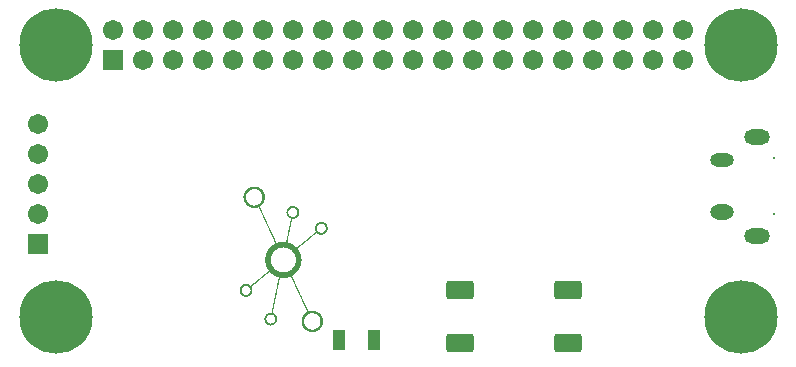
<source format=gbs>
G04 Layer_Color=16711935*
%FSLAX44Y44*%
%MOMM*%
G71*
G01*
G75*
%ADD51C,1.7032*%
%ADD52R,1.7032X1.7032*%
%ADD53R,1.7032X1.7032*%
%ADD54C,0.2032*%
%ADD55O,2.2032X1.3032*%
%ADD56O,2.0032X1.3032*%
%ADD57O,2.0032X1.1532*%
%ADD58C,6.2032*%
%ADD59R,1.1032X1.8032*%
G04:AMPARAMS|DCode=60|XSize=1.6032mm|YSize=2.3032mm|CornerRadius=0.2416mm|HoleSize=0mm|Usage=FLASHONLY|Rotation=270.000|XOffset=0mm|YOffset=0mm|HoleType=Round|Shape=RoundedRectangle|*
%AMROUNDEDRECTD60*
21,1,1.6032,1.8200,0,0,270.0*
21,1,1.1200,2.3032,0,0,270.0*
1,1,0.4832,-0.9100,-0.5600*
1,1,0.4832,-0.9100,0.5600*
1,1,0.4832,0.9100,0.5600*
1,1,0.4832,0.9100,-0.5600*
%
%ADD60ROUNDEDRECTD60*%
G36*
X169410Y110401D02*
X170218D01*
Y110266D01*
X170757D01*
Y110132D01*
X171162D01*
Y109997D01*
X171566D01*
Y109862D01*
X171835D01*
Y109727D01*
X172105D01*
Y109593D01*
X172375D01*
Y109458D01*
X172644D01*
Y109323D01*
X172914D01*
Y109188D01*
X173048D01*
Y109053D01*
X173318D01*
Y108919D01*
X173453D01*
Y108784D01*
X173722D01*
Y108649D01*
X173857D01*
Y108514D01*
X173992D01*
Y108379D01*
X174127D01*
Y108245D01*
X174261D01*
Y108110D01*
X174396D01*
Y107975D01*
X174531D01*
Y107840D01*
X174666D01*
Y107706D01*
X174801D01*
Y107571D01*
X174935D01*
Y107436D01*
X175070D01*
Y107301D01*
X175205D01*
Y107167D01*
X175340D01*
Y107032D01*
X175474D01*
Y106762D01*
X175609D01*
Y106627D01*
X175744D01*
Y106358D01*
X175879D01*
Y106223D01*
X176014D01*
Y105954D01*
X176148D01*
Y105684D01*
X176283D01*
Y105414D01*
X176418D01*
Y105145D01*
X176553D01*
Y104875D01*
X176687D01*
Y104471D01*
X176822D01*
Y104067D01*
X176957D01*
Y103527D01*
X177092D01*
Y102854D01*
X177227D01*
Y100158D01*
X177092D01*
Y99349D01*
X176957D01*
Y98810D01*
X176822D01*
Y98406D01*
X176687D01*
Y98136D01*
X176553D01*
Y97732D01*
X176418D01*
Y97463D01*
X176283D01*
Y97193D01*
X176148D01*
Y96924D01*
X176014D01*
Y96789D01*
X175879D01*
Y96519D01*
X175744D01*
Y96384D01*
X175609D01*
Y96115D01*
X175474D01*
Y95980D01*
X175340D01*
Y95845D01*
X175205D01*
Y95576D01*
X175070D01*
Y95441D01*
X174935D01*
Y95306D01*
X174801D01*
Y95171D01*
X174666D01*
Y95037D01*
X174531D01*
Y94902D01*
X174396D01*
Y94767D01*
X174261D01*
Y94632D01*
X174127D01*
Y94497D01*
X173992D01*
Y94363D01*
X173722D01*
Y94228D01*
X173588D01*
Y94093D01*
X173453D01*
Y93958D01*
X173183D01*
Y93824D01*
X173048D01*
Y93689D01*
X172779D01*
Y93554D01*
X172914D01*
Y93285D01*
X173048D01*
Y93015D01*
X173183D01*
Y92611D01*
X173318D01*
Y92341D01*
X173453D01*
Y92072D01*
X173588D01*
Y91802D01*
X173722D01*
Y91532D01*
X173857D01*
Y91263D01*
X173992D01*
Y90993D01*
X174127D01*
Y90589D01*
X174261D01*
Y90319D01*
X174396D01*
Y90050D01*
X174531D01*
Y89780D01*
X174666D01*
Y89511D01*
X174801D01*
Y89241D01*
X174935D01*
Y88837D01*
X175070D01*
Y88567D01*
X175205D01*
Y88298D01*
X175340D01*
Y88028D01*
X175474D01*
Y87759D01*
X175609D01*
Y87489D01*
X175744D01*
Y87219D01*
X175879D01*
Y86815D01*
X176014D01*
Y86546D01*
X176148D01*
Y86276D01*
X176283D01*
Y86006D01*
X176418D01*
Y85737D01*
X176553D01*
Y85467D01*
X176687D01*
Y85063D01*
X176822D01*
Y84794D01*
X176957D01*
Y84524D01*
X177092D01*
Y84254D01*
X177227D01*
Y83985D01*
X177361D01*
Y83715D01*
X177496D01*
Y83446D01*
X177631D01*
Y83041D01*
X177766D01*
Y82772D01*
X177900D01*
Y82502D01*
X178035D01*
Y82233D01*
X178170D01*
Y81963D01*
X178305D01*
Y81694D01*
X178440D01*
Y81289D01*
X178574D01*
Y81020D01*
X178709D01*
Y80750D01*
X178844D01*
Y80481D01*
X178979D01*
Y80211D01*
X179113D01*
Y79942D01*
X179248D01*
Y79672D01*
X179383D01*
Y79268D01*
X179518D01*
Y78998D01*
X179653D01*
Y78728D01*
X179787D01*
Y78459D01*
X179922D01*
Y78189D01*
X180057D01*
Y77920D01*
X180192D01*
Y77516D01*
X180326D01*
Y77246D01*
X180461D01*
Y76976D01*
X180596D01*
Y76707D01*
X180731D01*
Y76437D01*
X180865D01*
Y76168D01*
X181000D01*
Y75898D01*
X181135D01*
Y75494D01*
X181270D01*
Y75224D01*
X181405D01*
Y74955D01*
X181539D01*
Y74685D01*
X181674D01*
Y74416D01*
X181809D01*
Y74146D01*
X181944D01*
Y73742D01*
X182078D01*
Y73472D01*
X182213D01*
Y73203D01*
X182348D01*
Y72933D01*
X182483D01*
Y72664D01*
X182618D01*
Y72394D01*
X182752D01*
Y72125D01*
X182887D01*
Y71720D01*
X183022D01*
Y71451D01*
X183157D01*
Y71181D01*
X183291D01*
Y70911D01*
X183426D01*
Y70642D01*
X183561D01*
Y70372D01*
X183696D01*
Y69968D01*
X183831D01*
Y69699D01*
X183965D01*
Y69429D01*
X184100D01*
Y69159D01*
X184235D01*
Y68890D01*
X184370D01*
Y68620D01*
X184505D01*
Y68216D01*
X184639D01*
Y67946D01*
X184774D01*
Y67677D01*
X184909D01*
Y67407D01*
X185044D01*
Y67138D01*
X185178D01*
Y66868D01*
X185313D01*
Y66599D01*
X185448D01*
Y66194D01*
X185583D01*
Y65925D01*
X185718D01*
Y65655D01*
X185852D01*
Y65386D01*
X185987D01*
Y65116D01*
X186122D01*
Y64847D01*
X186257D01*
Y64442D01*
X186391D01*
Y64173D01*
X186526D01*
Y63903D01*
X186661D01*
Y63633D01*
X186796D01*
Y63364D01*
X186931D01*
Y63094D01*
X187065D01*
Y62825D01*
X187604D01*
Y62960D01*
X188009D01*
Y63094D01*
X188413D01*
Y63229D01*
X188952D01*
Y63364D01*
X189491D01*
Y63499D01*
X190300D01*
Y63633D01*
X191378D01*
Y63768D01*
X194343D01*
Y63633D01*
X195152D01*
Y63903D01*
X195287D01*
Y64442D01*
X195422D01*
Y65116D01*
X195556D01*
Y65790D01*
X195691D01*
Y66464D01*
X195826D01*
Y67138D01*
X195961D01*
Y67812D01*
X196095D01*
Y68351D01*
X196230D01*
Y69025D01*
X196365D01*
Y69699D01*
X196500D01*
Y70372D01*
X196634D01*
Y71046D01*
X196769D01*
Y71720D01*
X196904D01*
Y72259D01*
X197039D01*
Y72933D01*
X197174D01*
Y73607D01*
X197308D01*
Y74281D01*
X197443D01*
Y74955D01*
X197578D01*
Y75629D01*
X197713D01*
Y76168D01*
X197847D01*
Y76842D01*
X197982D01*
Y77516D01*
X198117D01*
Y78189D01*
X198252D01*
Y78863D01*
X198386D01*
Y79537D01*
X198521D01*
Y80076D01*
X198656D01*
Y80750D01*
X198791D01*
Y81424D01*
X198926D01*
Y82098D01*
X199060D01*
Y82772D01*
X199195D01*
Y83446D01*
X198926D01*
Y83581D01*
X198656D01*
Y83715D01*
X198386D01*
Y83850D01*
X198117D01*
Y83985D01*
X197847D01*
Y84120D01*
X197713D01*
Y84254D01*
X197578D01*
Y84389D01*
X197308D01*
Y84524D01*
X197174D01*
Y84659D01*
X197039D01*
Y84794D01*
X196904D01*
Y84928D01*
X196769D01*
Y85063D01*
X196634D01*
Y85333D01*
X196500D01*
Y85467D01*
X196365D01*
Y85737D01*
X196230D01*
Y85872D01*
X196095D01*
Y86141D01*
X195961D01*
Y86411D01*
X195826D01*
Y86815D01*
X195691D01*
Y87219D01*
X195556D01*
Y87893D01*
X195422D01*
Y89241D01*
X195556D01*
Y90050D01*
X195691D01*
Y90454D01*
X195826D01*
Y90724D01*
X195961D01*
Y91128D01*
X196095D01*
Y91263D01*
X196230D01*
Y91532D01*
X196365D01*
Y91802D01*
X196500D01*
Y91937D01*
X196634D01*
Y92072D01*
X196769D01*
Y92206D01*
X196904D01*
Y92341D01*
X197039D01*
Y92476D01*
X197174D01*
Y92611D01*
X197308D01*
Y92745D01*
X197443D01*
Y92880D01*
X197578D01*
Y93015D01*
X197847D01*
Y93150D01*
X197982D01*
Y93285D01*
X198252D01*
Y93419D01*
X198521D01*
Y93554D01*
X198791D01*
Y93689D01*
X199195D01*
Y93824D01*
X199599D01*
Y93958D01*
X200543D01*
Y94093D01*
X201217D01*
Y93958D01*
X202160D01*
Y93824D01*
X202565D01*
Y93689D01*
X202969D01*
Y93554D01*
X203239D01*
Y93419D01*
X203508D01*
Y93285D01*
X203778D01*
Y93150D01*
X203912D01*
Y93015D01*
X204182D01*
Y92880D01*
X204317D01*
Y92745D01*
X204452D01*
Y92611D01*
X204586D01*
Y92476D01*
X204721D01*
Y92341D01*
X204856D01*
Y92206D01*
X204991D01*
Y92072D01*
X205125D01*
Y91937D01*
X205260D01*
Y91667D01*
X205395D01*
Y91532D01*
X205530D01*
Y91263D01*
X205665D01*
Y90993D01*
X205799D01*
Y90724D01*
X205934D01*
Y90454D01*
X206069D01*
Y89915D01*
X206204D01*
Y89241D01*
X206338D01*
Y87893D01*
X206204D01*
Y87219D01*
X206069D01*
Y86815D01*
X205934D01*
Y86411D01*
X205799D01*
Y86141D01*
X205665D01*
Y85872D01*
X205530D01*
Y85737D01*
X205395D01*
Y85467D01*
X205260D01*
Y85333D01*
X205125D01*
Y85063D01*
X204991D01*
Y84928D01*
X204856D01*
Y84794D01*
X204721D01*
Y84659D01*
X204586D01*
Y84524D01*
X204452D01*
Y84389D01*
X204182D01*
Y84254D01*
X204047D01*
Y84120D01*
X203912D01*
Y83985D01*
X203643D01*
Y83850D01*
X203373D01*
Y83715D01*
X203104D01*
Y83581D01*
X202834D01*
Y83446D01*
X202295D01*
Y83311D01*
X201756D01*
Y83176D01*
X200273D01*
Y82772D01*
X200139D01*
Y82098D01*
X200004D01*
Y81424D01*
X199869D01*
Y80885D01*
X199734D01*
Y80211D01*
X199599D01*
Y79537D01*
X199465D01*
Y78863D01*
X199330D01*
Y78189D01*
X199195D01*
Y77516D01*
X199060D01*
Y76976D01*
X198926D01*
Y76303D01*
X198791D01*
Y75629D01*
X198656D01*
Y74955D01*
X198521D01*
Y74281D01*
X198386D01*
Y73607D01*
X198252D01*
Y72933D01*
X198117D01*
Y72394D01*
X197982D01*
Y71720D01*
X197847D01*
Y71046D01*
X197713D01*
Y70372D01*
X197578D01*
Y69699D01*
X197443D01*
Y69025D01*
X197308D01*
Y68485D01*
X197174D01*
Y67812D01*
X197039D01*
Y67138D01*
X196904D01*
Y66464D01*
X196769D01*
Y65790D01*
X196634D01*
Y65116D01*
X196500D01*
Y64577D01*
X196365D01*
Y63903D01*
X196230D01*
Y63364D01*
X196769D01*
Y63229D01*
X197174D01*
Y63094D01*
X197713D01*
Y62960D01*
X198117D01*
Y62825D01*
X198386D01*
Y62690D01*
X198791D01*
Y62555D01*
X199060D01*
Y62421D01*
X199330D01*
Y62286D01*
X199599D01*
Y62151D01*
X199869D01*
Y62016D01*
X200139D01*
Y61881D01*
X200408D01*
Y61747D01*
X200678D01*
Y61612D01*
X200812D01*
Y61477D01*
X201082D01*
Y61342D01*
X201352D01*
Y61207D01*
X201486D01*
Y61073D01*
X201621D01*
Y60938D01*
X201891D01*
Y60803D01*
X202026D01*
Y60668D01*
X202160D01*
Y60534D01*
X202430D01*
Y60399D01*
X202565D01*
Y60264D01*
X202699D01*
Y60129D01*
X202834D01*
Y59995D01*
X202969D01*
Y59860D01*
X203104D01*
Y59725D01*
X203373D01*
Y59590D01*
X203508D01*
Y59455D01*
X203643D01*
Y59321D01*
X203778D01*
Y59186D01*
X203912D01*
Y59051D01*
X204047D01*
Y58916D01*
X204182D01*
Y58781D01*
X204317D01*
Y58916D01*
X204452D01*
Y59051D01*
X204586D01*
Y59186D01*
X204721D01*
Y59321D01*
X204991D01*
Y59455D01*
X205125D01*
Y59590D01*
X205260D01*
Y59725D01*
X205395D01*
Y59860D01*
X205530D01*
Y59995D01*
X205799D01*
Y60129D01*
X205934D01*
Y60264D01*
X206069D01*
Y60399D01*
X206204D01*
Y60534D01*
X206473D01*
Y60668D01*
X206608D01*
Y60803D01*
X206743D01*
Y60938D01*
X206877D01*
Y61073D01*
X207012D01*
Y61207D01*
X207282D01*
Y61342D01*
X207417D01*
Y61477D01*
X207551D01*
Y61612D01*
X207686D01*
Y61747D01*
X207821D01*
Y61881D01*
X208090D01*
Y62016D01*
X208225D01*
Y62151D01*
X208360D01*
Y62286D01*
X208495D01*
Y62421D01*
X208630D01*
Y62555D01*
X208899D01*
Y62690D01*
X209034D01*
Y62825D01*
X209169D01*
Y62960D01*
X209303D01*
Y63094D01*
X209573D01*
Y63229D01*
X209708D01*
Y63364D01*
X209843D01*
Y63499D01*
X209977D01*
Y63633D01*
X210112D01*
Y63768D01*
X210382D01*
Y63903D01*
X210516D01*
Y64038D01*
X210651D01*
Y64173D01*
X210786D01*
Y64307D01*
X210921D01*
Y64442D01*
X211190D01*
Y64577D01*
X211325D01*
Y64712D01*
X211460D01*
Y64847D01*
X211595D01*
Y64981D01*
X211730D01*
Y65116D01*
X211999D01*
Y65251D01*
X212134D01*
Y65386D01*
X212269D01*
Y65520D01*
X212403D01*
Y65655D01*
X212673D01*
Y65790D01*
X212808D01*
Y65925D01*
X212942D01*
Y66059D01*
X213077D01*
Y66194D01*
X213212D01*
Y66329D01*
X213482D01*
Y66464D01*
X213616D01*
Y66599D01*
X213751D01*
Y66733D01*
X213886D01*
Y66868D01*
X214021D01*
Y67003D01*
X214290D01*
Y67138D01*
X214425D01*
Y67273D01*
X214560D01*
Y67407D01*
X214695D01*
Y67542D01*
X214829D01*
Y67677D01*
X215099D01*
Y67812D01*
X215234D01*
Y67946D01*
X215368D01*
Y68081D01*
X215503D01*
Y68216D01*
X215773D01*
Y68351D01*
X215908D01*
Y68485D01*
X216042D01*
Y68620D01*
X216177D01*
Y68755D01*
X216312D01*
Y68890D01*
X216581D01*
Y69025D01*
X216716D01*
Y69159D01*
X216851D01*
Y69294D01*
X216986D01*
Y69429D01*
X217120D01*
Y69564D01*
X217390D01*
Y69699D01*
X217525D01*
Y69833D01*
X217660D01*
Y69968D01*
X217794D01*
Y70103D01*
X218064D01*
Y70238D01*
X218199D01*
Y70372D01*
X218333D01*
Y70507D01*
X218468D01*
Y70642D01*
X218603D01*
Y70777D01*
X218873D01*
Y70911D01*
X219007D01*
Y71046D01*
X219142D01*
Y71181D01*
X219277D01*
Y71316D01*
X219412D01*
Y71451D01*
X219681D01*
Y71585D01*
X219816D01*
Y71720D01*
X219951D01*
Y71855D01*
X220086D01*
Y71990D01*
X220220D01*
Y72125D01*
X220355D01*
Y72394D01*
X220220D01*
Y72664D01*
X220086D01*
Y72933D01*
X219951D01*
Y73337D01*
X219816D01*
Y73742D01*
X219681D01*
Y74281D01*
X219547D01*
Y76168D01*
X219681D01*
Y76842D01*
X219816D01*
Y77246D01*
X219951D01*
Y77516D01*
X220086D01*
Y77785D01*
X220220D01*
Y78055D01*
X220355D01*
Y78189D01*
X220490D01*
Y78459D01*
X220625D01*
Y78594D01*
X220760D01*
Y78728D01*
X220894D01*
Y78863D01*
X221029D01*
Y78998D01*
X221164D01*
Y79133D01*
X221299D01*
Y79268D01*
X221433D01*
Y79402D01*
X221568D01*
Y79537D01*
X221703D01*
Y79672D01*
X221973D01*
Y79807D01*
X222107D01*
Y79942D01*
X222377D01*
Y80076D01*
X222646D01*
Y80211D01*
X222916D01*
Y80346D01*
X223320D01*
Y80481D01*
X223859D01*
Y80615D01*
X226016D01*
Y80481D01*
X226555D01*
Y80346D01*
X226959D01*
Y80211D01*
X227229D01*
Y80076D01*
X227498D01*
Y79942D01*
X227768D01*
Y79807D01*
X228037D01*
Y79672D01*
X228172D01*
Y79537D01*
X228307D01*
Y79402D01*
X228577D01*
Y79268D01*
X228711D01*
Y79133D01*
X228846D01*
Y78998D01*
X228981D01*
Y78863D01*
X229116D01*
Y78594D01*
X229251D01*
Y78459D01*
X229385D01*
Y78324D01*
X229520D01*
Y78055D01*
X229655D01*
Y77785D01*
X229790D01*
Y77650D01*
X229924D01*
Y77246D01*
X230059D01*
Y76842D01*
X230194D01*
Y76437D01*
X230329D01*
Y74011D01*
X230194D01*
Y73607D01*
X230059D01*
Y73203D01*
X229924D01*
Y72933D01*
X229790D01*
Y72664D01*
X229655D01*
Y72394D01*
X229520D01*
Y72125D01*
X229385D01*
Y71990D01*
X229251D01*
Y71855D01*
X229116D01*
Y71585D01*
X228981D01*
Y71451D01*
X228846D01*
Y71316D01*
X228711D01*
Y71181D01*
X228442D01*
Y71046D01*
X228307D01*
Y70911D01*
X228172D01*
Y70777D01*
X228037D01*
Y70642D01*
X227768D01*
Y70507D01*
X227498D01*
Y70372D01*
X227229D01*
Y70238D01*
X226959D01*
Y70103D01*
X226555D01*
Y69968D01*
X226016D01*
Y69833D01*
X223859D01*
Y69968D01*
X223320D01*
Y70103D01*
X222916D01*
Y70238D01*
X222646D01*
Y70372D01*
X222377D01*
Y70507D01*
X222107D01*
Y70642D01*
X221973D01*
Y70777D01*
X221703D01*
Y70911D01*
X221568D01*
Y71046D01*
X221433D01*
Y71181D01*
X221299D01*
Y71316D01*
X221029D01*
Y71181D01*
X220760D01*
Y71046D01*
X220625D01*
Y70911D01*
X220490D01*
Y70777D01*
X220355D01*
Y70642D01*
X220086D01*
Y70507D01*
X219951D01*
Y70372D01*
X219816D01*
Y70238D01*
X219681D01*
Y70103D01*
X219547D01*
Y69968D01*
X219277D01*
Y69833D01*
X219142D01*
Y69699D01*
X219007D01*
Y69564D01*
X218873D01*
Y69429D01*
X218738D01*
Y69294D01*
X218468D01*
Y69159D01*
X218333D01*
Y69025D01*
X218199D01*
Y68890D01*
X218064D01*
Y68755D01*
X217929D01*
Y68620D01*
X217660D01*
Y68485D01*
X217525D01*
Y68351D01*
X217390D01*
Y68216D01*
X217255D01*
Y68081D01*
X216986D01*
Y67946D01*
X216851D01*
Y67812D01*
X216716D01*
Y67677D01*
X216581D01*
Y67542D01*
X216447D01*
Y67407D01*
X216177D01*
Y67273D01*
X216042D01*
Y67138D01*
X215908D01*
Y67003D01*
X215773D01*
Y66868D01*
X215638D01*
Y66733D01*
X215368D01*
Y66599D01*
X215234D01*
Y66464D01*
X215099D01*
Y66329D01*
X214964D01*
Y66194D01*
X214829D01*
Y66059D01*
X214560D01*
Y65925D01*
X214425D01*
Y65790D01*
X214290D01*
Y65655D01*
X214156D01*
Y65520D01*
X213886D01*
Y65386D01*
X213751D01*
Y65251D01*
X213616D01*
Y65116D01*
X213482D01*
Y64981D01*
X213347D01*
Y64847D01*
X213077D01*
Y64712D01*
X212942D01*
Y64577D01*
X212808D01*
Y64442D01*
X212673D01*
Y64307D01*
X212538D01*
Y64173D01*
X212269D01*
Y64038D01*
X212134D01*
Y63903D01*
X211999D01*
Y63768D01*
X211864D01*
Y63633D01*
X211730D01*
Y63499D01*
X211460D01*
Y63364D01*
X211325D01*
Y63229D01*
X211190D01*
Y63094D01*
X211056D01*
Y62960D01*
X210786D01*
Y62825D01*
X210651D01*
Y62690D01*
X210516D01*
Y62555D01*
X210382D01*
Y62421D01*
X210247D01*
Y62286D01*
X209977D01*
Y62151D01*
X209843D01*
Y62016D01*
X209708D01*
Y61881D01*
X209573D01*
Y61747D01*
X209438D01*
Y61612D01*
X209169D01*
Y61477D01*
X209034D01*
Y61342D01*
X208899D01*
Y61207D01*
X208764D01*
Y61073D01*
X208495D01*
Y60938D01*
X208360D01*
Y60803D01*
X208225D01*
Y60668D01*
X208090D01*
Y60534D01*
X207956D01*
Y60399D01*
X207686D01*
Y60264D01*
X207551D01*
Y60129D01*
X207417D01*
Y59995D01*
X207282D01*
Y59860D01*
X207147D01*
Y59725D01*
X206877D01*
Y59590D01*
X206743D01*
Y59455D01*
X206608D01*
Y59321D01*
X206473D01*
Y59186D01*
X206338D01*
Y59051D01*
X206069D01*
Y58916D01*
X205934D01*
Y58781D01*
X205799D01*
Y58647D01*
X205665D01*
Y58512D01*
X205395D01*
Y58377D01*
X205260D01*
Y58242D01*
X205125D01*
Y58108D01*
X204991D01*
Y57703D01*
X205125D01*
Y57568D01*
X205260D01*
Y57434D01*
X205395D01*
Y57164D01*
X205530D01*
Y57030D01*
X205665D01*
Y56760D01*
X205799D01*
Y56625D01*
X205934D01*
Y56356D01*
X206069D01*
Y56221D01*
X206204D01*
Y55951D01*
X206338D01*
Y55682D01*
X206473D01*
Y55412D01*
X206608D01*
Y55143D01*
X206743D01*
Y54873D01*
X206877D01*
Y54603D01*
X207012D01*
Y54334D01*
X207147D01*
Y53930D01*
X207282D01*
Y53660D01*
X207417D01*
Y53256D01*
X207551D01*
Y52717D01*
X207686D01*
Y52178D01*
X207821D01*
Y51638D01*
X207956D01*
Y50830D01*
X208090D01*
Y49617D01*
X208225D01*
Y47191D01*
X208090D01*
Y45978D01*
X207956D01*
Y45169D01*
X207821D01*
Y44630D01*
X207686D01*
Y44091D01*
X207551D01*
Y43686D01*
X207417D01*
Y43282D01*
X207282D01*
Y42878D01*
X207147D01*
Y42474D01*
X207012D01*
Y42204D01*
X206877D01*
Y41934D01*
X206743D01*
Y41665D01*
X206608D01*
Y41395D01*
X206473D01*
Y41126D01*
X206338D01*
Y40856D01*
X206204D01*
Y40587D01*
X206069D01*
Y40452D01*
X205934D01*
Y40182D01*
X205799D01*
Y40047D01*
X205665D01*
Y39778D01*
X205530D01*
Y39643D01*
X205395D01*
Y39374D01*
X205260D01*
Y39239D01*
X205125D01*
Y39104D01*
X204991D01*
Y38969D01*
X204856D01*
Y38700D01*
X204721D01*
Y38565D01*
X204586D01*
Y38430D01*
X204452D01*
Y38295D01*
X204317D01*
Y38161D01*
X204182D01*
Y38026D01*
X204047D01*
Y37891D01*
X203912D01*
Y37756D01*
X203778D01*
Y37622D01*
X203643D01*
Y37487D01*
X203508D01*
Y37352D01*
X203373D01*
Y37217D01*
X203239D01*
Y37083D01*
X203104D01*
Y36948D01*
X202969D01*
Y36813D01*
X202834D01*
Y36678D01*
X202699D01*
Y36543D01*
X202565D01*
Y36409D01*
X202295D01*
Y36274D01*
X202160D01*
Y36139D01*
X202026D01*
Y36004D01*
X201891D01*
Y35869D01*
X201621D01*
Y35735D01*
X201486D01*
Y35600D01*
X201217D01*
Y35465D01*
X201082D01*
Y35330D01*
X200812D01*
Y35196D01*
X200678D01*
Y35061D01*
X200408D01*
Y34926D01*
X200139D01*
Y34656D01*
X200273D01*
Y34252D01*
X200408D01*
Y33983D01*
X200543D01*
Y33713D01*
X200678D01*
Y33444D01*
X200812D01*
Y33174D01*
X200947D01*
Y32904D01*
X201082D01*
Y32635D01*
X201217D01*
Y32231D01*
X201352D01*
Y31961D01*
X201486D01*
Y31691D01*
X201621D01*
Y31422D01*
X201756D01*
Y31152D01*
X201891D01*
Y30883D01*
X202026D01*
Y30478D01*
X202160D01*
Y30209D01*
X202295D01*
Y29939D01*
X202430D01*
Y29670D01*
X202565D01*
Y29400D01*
X202699D01*
Y29131D01*
X202834D01*
Y28861D01*
X202969D01*
Y28457D01*
X203104D01*
Y28187D01*
X203239D01*
Y27918D01*
X203373D01*
Y27648D01*
X203508D01*
Y27378D01*
X203643D01*
Y27109D01*
X203778D01*
Y26705D01*
X203912D01*
Y26435D01*
X204047D01*
Y26165D01*
X204182D01*
Y25896D01*
X204317D01*
Y25626D01*
X204452D01*
Y25357D01*
X204586D01*
Y25087D01*
X204721D01*
Y24683D01*
X204856D01*
Y24413D01*
X204991D01*
Y24144D01*
X205125D01*
Y23874D01*
X205260D01*
Y23605D01*
X205395D01*
Y23335D01*
X205530D01*
Y22931D01*
X205665D01*
Y22661D01*
X205799D01*
Y22392D01*
X205934D01*
Y22122D01*
X206069D01*
Y21853D01*
X206204D01*
Y21583D01*
X206338D01*
Y21314D01*
X206473D01*
Y20909D01*
X206608D01*
Y20640D01*
X206743D01*
Y20370D01*
X206877D01*
Y20101D01*
X207012D01*
Y19831D01*
X207147D01*
Y19561D01*
X207282D01*
Y19157D01*
X207417D01*
Y18887D01*
X207551D01*
Y18618D01*
X207686D01*
Y18348D01*
X207821D01*
Y18079D01*
X207956D01*
Y17809D01*
X208090D01*
Y17540D01*
X208225D01*
Y17135D01*
X208360D01*
Y16866D01*
X208495D01*
Y16596D01*
X208630D01*
Y16327D01*
X208764D01*
Y16057D01*
X208899D01*
Y15788D01*
X209034D01*
Y15383D01*
X209169D01*
Y15114D01*
X209303D01*
Y14844D01*
X209438D01*
Y14575D01*
X209573D01*
Y14305D01*
X209708D01*
Y14036D01*
X209843D01*
Y13766D01*
X209977D01*
Y13362D01*
X210112D01*
Y13092D01*
X210247D01*
Y12823D01*
X210382D01*
Y12553D01*
X210516D01*
Y12284D01*
X210651D01*
Y12014D01*
X210786D01*
Y11610D01*
X210921D01*
Y11340D01*
X211056D01*
Y11070D01*
X211190D01*
Y10801D01*
X211325D01*
Y10531D01*
X211460D01*
Y10262D01*
X211595D01*
Y9992D01*
X211730D01*
Y9588D01*
X211864D01*
Y9318D01*
X211999D01*
Y9049D01*
X212134D01*
Y8779D01*
X212269D01*
Y8510D01*
X212403D01*
Y8240D01*
X212538D01*
Y7836D01*
X212673D01*
Y7566D01*
X212808D01*
Y7297D01*
X212942D01*
Y7027D01*
X213077D01*
Y6758D01*
X213212D01*
Y6488D01*
X213347D01*
Y6219D01*
X213482D01*
Y5814D01*
X213616D01*
Y5545D01*
X213751D01*
Y5275D01*
X213886D01*
Y5005D01*
X214021D01*
Y4871D01*
X214290D01*
Y5005D01*
X214695D01*
Y5140D01*
X215234D01*
Y5275D01*
X215908D01*
Y5410D01*
X218873D01*
Y5275D01*
X219547D01*
Y5140D01*
X220086D01*
Y5005D01*
X220490D01*
Y4871D01*
X220760D01*
Y4736D01*
X221164D01*
Y4601D01*
X221433D01*
Y4466D01*
X221703D01*
Y4332D01*
X221973D01*
Y4197D01*
X222107D01*
Y4062D01*
X222377D01*
Y3927D01*
X222512D01*
Y3792D01*
X222781D01*
Y3658D01*
X222916D01*
Y3523D01*
X223051D01*
Y3388D01*
X223320D01*
Y3253D01*
X223455D01*
Y3119D01*
X223590D01*
Y2984D01*
X223725D01*
Y2849D01*
X223859D01*
Y2714D01*
X223994D01*
Y2580D01*
X224129D01*
Y2445D01*
X224264D01*
Y2310D01*
X224398D01*
Y2040D01*
X224533D01*
Y1906D01*
X224668D01*
Y1771D01*
X224803D01*
Y1501D01*
X224938D01*
Y1366D01*
X225072D01*
Y1097D01*
X225207D01*
Y962D01*
X225342D01*
Y693D01*
X225477D01*
Y423D01*
X225611D01*
Y154D01*
X225746D01*
Y-251D01*
X225881D01*
Y-520D01*
X226016D01*
Y-925D01*
X226151D01*
Y-1464D01*
X226285D01*
Y-2138D01*
X226420D01*
Y-5238D01*
X226285D01*
Y-5911D01*
X226151D01*
Y-6316D01*
X226016D01*
Y-6720D01*
X225881D01*
Y-7124D01*
X225746D01*
Y-7394D01*
X225611D01*
Y-7663D01*
X225477D01*
Y-7933D01*
X225342D01*
Y-8203D01*
X225207D01*
Y-8472D01*
X225072D01*
Y-8607D01*
X224938D01*
Y-8877D01*
X224803D01*
Y-9011D01*
X224668D01*
Y-9146D01*
X224533D01*
Y-9416D01*
X224398D01*
Y-9550D01*
X224264D01*
Y-9685D01*
X224129D01*
Y-9820D01*
X223994D01*
Y-9955D01*
X223859D01*
Y-10089D01*
X223725D01*
Y-10224D01*
X223590D01*
Y-10359D01*
X223455D01*
Y-10494D01*
X223320D01*
Y-10629D01*
X223186D01*
Y-10763D01*
X222916D01*
Y-10898D01*
X222781D01*
Y-11033D01*
X222646D01*
Y-11168D01*
X222377D01*
Y-11302D01*
X222242D01*
Y-11437D01*
X221973D01*
Y-11572D01*
X221703D01*
Y-11707D01*
X221433D01*
Y-11842D01*
X221164D01*
Y-11976D01*
X220894D01*
Y-12111D01*
X220625D01*
Y-12246D01*
X220220D01*
Y-12381D01*
X219681D01*
Y-12515D01*
X219142D01*
Y-12650D01*
X218064D01*
Y-12785D01*
X216716D01*
Y-12650D01*
X215638D01*
Y-12515D01*
X215099D01*
Y-12381D01*
X214560D01*
Y-12246D01*
X214156D01*
Y-12111D01*
X213886D01*
Y-11976D01*
X213616D01*
Y-11842D01*
X213212D01*
Y-11707D01*
X213077D01*
Y-11572D01*
X212808D01*
Y-11437D01*
X212538D01*
Y-11302D01*
X212403D01*
Y-11168D01*
X212134D01*
Y-11033D01*
X211999D01*
Y-10898D01*
X211730D01*
Y-10763D01*
X211595D01*
Y-10629D01*
X211460D01*
Y-10494D01*
X211325D01*
Y-10359D01*
X211190D01*
Y-10224D01*
X211056D01*
Y-10089D01*
X210921D01*
Y-9955D01*
X210786D01*
Y-9820D01*
X210651D01*
Y-9685D01*
X210516D01*
Y-9550D01*
X210382D01*
Y-9416D01*
X210247D01*
Y-9281D01*
X210112D01*
Y-9011D01*
X209977D01*
Y-8877D01*
X209843D01*
Y-8607D01*
X209708D01*
Y-8472D01*
X209573D01*
Y-8203D01*
X209438D01*
Y-7933D01*
X209303D01*
Y-7663D01*
X209169D01*
Y-7394D01*
X209034D01*
Y-7124D01*
X208899D01*
Y-6855D01*
X208764D01*
Y-6450D01*
X208630D01*
Y-5911D01*
X208495D01*
Y-5238D01*
X208360D01*
Y-4159D01*
X208225D01*
Y-3081D01*
X208360D01*
Y-2003D01*
X208495D01*
Y-1329D01*
X208630D01*
Y-925D01*
X208764D01*
Y-520D01*
X208899D01*
Y-116D01*
X209034D01*
Y154D01*
X209169D01*
Y423D01*
X209303D01*
Y693D01*
X209438D01*
Y962D01*
X209573D01*
Y1097D01*
X209708D01*
Y1366D01*
X209843D01*
Y1636D01*
X209977D01*
Y1771D01*
X210112D01*
Y1906D01*
X210247D01*
Y2040D01*
X210382D01*
Y2310D01*
X210516D01*
Y2445D01*
X210651D01*
Y2580D01*
X210786D01*
Y2714D01*
X210921D01*
Y2849D01*
X211056D01*
Y2984D01*
X211190D01*
Y3119D01*
X211325D01*
Y3253D01*
X211460D01*
Y3388D01*
X211730D01*
Y3523D01*
X211864D01*
Y3658D01*
X211999D01*
Y3792D01*
X212269D01*
Y3927D01*
X212403D01*
Y4062D01*
X212673D01*
Y4197D01*
X212808D01*
Y4332D01*
X213077D01*
Y4466D01*
X212942D01*
Y4871D01*
X212808D01*
Y5140D01*
X212673D01*
Y5410D01*
X212538D01*
Y5679D01*
X212403D01*
Y5949D01*
X212269D01*
Y6219D01*
X212134D01*
Y6488D01*
X211999D01*
Y6892D01*
X211864D01*
Y7162D01*
X211730D01*
Y7431D01*
X211595D01*
Y7701D01*
X211460D01*
Y7971D01*
X211325D01*
Y8240D01*
X211190D01*
Y8644D01*
X211056D01*
Y8914D01*
X210921D01*
Y9184D01*
X210786D01*
Y9453D01*
X210651D01*
Y9723D01*
X210516D01*
Y9992D01*
X210382D01*
Y10262D01*
X210247D01*
Y10666D01*
X210112D01*
Y10936D01*
X209977D01*
Y11205D01*
X209843D01*
Y11475D01*
X209708D01*
Y11744D01*
X209573D01*
Y12014D01*
X209438D01*
Y12418D01*
X209303D01*
Y12688D01*
X209169D01*
Y12957D01*
X209034D01*
Y13227D01*
X208899D01*
Y13497D01*
X208764D01*
Y13766D01*
X208630D01*
Y14036D01*
X208495D01*
Y14440D01*
X208360D01*
Y14709D01*
X208225D01*
Y14979D01*
X208090D01*
Y15249D01*
X207956D01*
Y15518D01*
X207821D01*
Y15788D01*
X207686D01*
Y16192D01*
X207551D01*
Y16462D01*
X207417D01*
Y16731D01*
X207282D01*
Y17001D01*
X207147D01*
Y17270D01*
X207012D01*
Y17540D01*
X206877D01*
Y17809D01*
X206743D01*
Y18214D01*
X206608D01*
Y18483D01*
X206473D01*
Y18753D01*
X206338D01*
Y19022D01*
X206204D01*
Y19292D01*
X206069D01*
Y19561D01*
X205934D01*
Y19966D01*
X205799D01*
Y20235D01*
X205665D01*
Y20505D01*
X205530D01*
Y20774D01*
X205395D01*
Y21044D01*
X205260D01*
Y21314D01*
X205125D01*
Y21583D01*
X204991D01*
Y21987D01*
X204856D01*
Y22257D01*
X204721D01*
Y22527D01*
X204586D01*
Y22796D01*
X204452D01*
Y23066D01*
X204317D01*
Y23335D01*
X204182D01*
Y23740D01*
X204047D01*
Y24009D01*
X203912D01*
Y24279D01*
X203778D01*
Y24548D01*
X203643D01*
Y24818D01*
X203508D01*
Y25087D01*
X203373D01*
Y25357D01*
X203239D01*
Y25761D01*
X203104D01*
Y26031D01*
X202969D01*
Y26300D01*
X202834D01*
Y26570D01*
X202699D01*
Y26839D01*
X202565D01*
Y27109D01*
X202430D01*
Y27513D01*
X202295D01*
Y27783D01*
X202160D01*
Y28052D01*
X202026D01*
Y28322D01*
X201891D01*
Y28591D01*
X201756D01*
Y28861D01*
X201621D01*
Y29131D01*
X201486D01*
Y29535D01*
X201352D01*
Y29804D01*
X201217D01*
Y30074D01*
X201082D01*
Y30344D01*
X200947D01*
Y30613D01*
X200812D01*
Y30883D01*
X200678D01*
Y31287D01*
X200543D01*
Y31557D01*
X200408D01*
Y31826D01*
X200273D01*
Y32096D01*
X200139D01*
Y32365D01*
X200004D01*
Y32635D01*
X199869D01*
Y33039D01*
X199734D01*
Y33309D01*
X199599D01*
Y33578D01*
X199465D01*
Y33848D01*
X199330D01*
Y34117D01*
X199195D01*
Y34387D01*
X199060D01*
Y34252D01*
X198791D01*
Y34117D01*
X198386D01*
Y33983D01*
X197982D01*
Y33848D01*
X197578D01*
Y33713D01*
X197174D01*
Y33578D01*
X196634D01*
Y33444D01*
X196095D01*
Y33309D01*
X195287D01*
Y33174D01*
X194074D01*
Y33039D01*
X191648D01*
Y33174D01*
X190435D01*
Y33309D01*
X190030D01*
Y33174D01*
X189896D01*
Y32635D01*
X189761D01*
Y31961D01*
X189626D01*
Y31287D01*
X189491D01*
Y30613D01*
X189356D01*
Y29939D01*
X189222D01*
Y29400D01*
X189087D01*
Y28726D01*
X188952D01*
Y28052D01*
X188817D01*
Y27378D01*
X188683D01*
Y26705D01*
X188548D01*
Y26031D01*
X188413D01*
Y25492D01*
X188278D01*
Y24818D01*
X188144D01*
Y24144D01*
X188009D01*
Y23470D01*
X187874D01*
Y22796D01*
X187739D01*
Y22122D01*
X187604D01*
Y21583D01*
X187470D01*
Y20909D01*
X187335D01*
Y20235D01*
X187200D01*
Y19561D01*
X187065D01*
Y18887D01*
X186931D01*
Y18214D01*
X186796D01*
Y17674D01*
X186661D01*
Y17001D01*
X186526D01*
Y16327D01*
X186391D01*
Y15653D01*
X186257D01*
Y14979D01*
X186122D01*
Y14305D01*
X185987D01*
Y13766D01*
X185852D01*
Y13092D01*
X185718D01*
Y12418D01*
X185583D01*
Y11744D01*
X185448D01*
Y11070D01*
X185313D01*
Y10397D01*
X185178D01*
Y9858D01*
X185044D01*
Y9184D01*
X184909D01*
Y8510D01*
X184774D01*
Y7836D01*
X184639D01*
Y7162D01*
X184505D01*
Y6488D01*
X184370D01*
Y5949D01*
X184235D01*
Y5275D01*
X184100D01*
Y4601D01*
X183965D01*
Y3927D01*
X183831D01*
Y3523D01*
X184100D01*
Y3388D01*
X184370D01*
Y3253D01*
X184639D01*
Y3119D01*
X184909D01*
Y2984D01*
X185178D01*
Y2849D01*
X185313D01*
Y2714D01*
X185583D01*
Y2580D01*
X185718D01*
Y2445D01*
X185852D01*
Y2310D01*
X185987D01*
Y2175D01*
X186122D01*
Y2040D01*
X186257D01*
Y1906D01*
X186391D01*
Y1771D01*
X186526D01*
Y1501D01*
X186661D01*
Y1366D01*
X186796D01*
Y1097D01*
X186931D01*
Y962D01*
X187065D01*
Y693D01*
X187200D01*
Y288D01*
X187335D01*
Y-116D01*
X187470D01*
Y-655D01*
X187604D01*
Y-2677D01*
X187470D01*
Y-3216D01*
X187335D01*
Y-3620D01*
X187200D01*
Y-3890D01*
X187065D01*
Y-4159D01*
X186931D01*
Y-4429D01*
X186796D01*
Y-4698D01*
X186661D01*
Y-4833D01*
X186526D01*
Y-5103D01*
X186391D01*
Y-5238D01*
X186257D01*
Y-5372D01*
X186122D01*
Y-5507D01*
X185987D01*
Y-5642D01*
X185852D01*
Y-5777D01*
X185718D01*
Y-5911D01*
X185448D01*
Y-6046D01*
X185313D01*
Y-6181D01*
X185178D01*
Y-6316D01*
X184909D01*
Y-6450D01*
X184639D01*
Y-6585D01*
X184370D01*
Y-6720D01*
X183965D01*
Y-6855D01*
X183561D01*
Y-6990D01*
X182752D01*
Y-7124D01*
X181674D01*
Y-6990D01*
X180865D01*
Y-6855D01*
X180461D01*
Y-6720D01*
X180057D01*
Y-6585D01*
X179787D01*
Y-6450D01*
X179518D01*
Y-6316D01*
X179248D01*
Y-6181D01*
X179113D01*
Y-6046D01*
X178844D01*
Y-5911D01*
X178709D01*
Y-5777D01*
X178574D01*
Y-5642D01*
X178440D01*
Y-5507D01*
X178305D01*
Y-5372D01*
X178170D01*
Y-5238D01*
X178035D01*
Y-5103D01*
X177900D01*
Y-4833D01*
X177766D01*
Y-4698D01*
X177631D01*
Y-4429D01*
X177496D01*
Y-4294D01*
X177361D01*
Y-4025D01*
X177227D01*
Y-3620D01*
X177092D01*
Y-3351D01*
X176957D01*
Y-2812D01*
X176822D01*
Y-520D01*
X176957D01*
Y19D01*
X177092D01*
Y423D01*
X177227D01*
Y693D01*
X177361D01*
Y962D01*
X177496D01*
Y1232D01*
X177631D01*
Y1366D01*
X177766D01*
Y1636D01*
X177900D01*
Y1771D01*
X178035D01*
Y1906D01*
X178170D01*
Y2040D01*
X178305D01*
Y2175D01*
X178440D01*
Y2310D01*
X178574D01*
Y2445D01*
X178709D01*
Y2580D01*
X178844D01*
Y2714D01*
X179113D01*
Y2849D01*
X179248D01*
Y2984D01*
X179518D01*
Y3119D01*
X179787D01*
Y3253D01*
X180057D01*
Y3388D01*
X180326D01*
Y3523D01*
X180731D01*
Y3658D01*
X181405D01*
Y3792D01*
X182752D01*
Y3927D01*
X182887D01*
Y4601D01*
X183022D01*
Y5140D01*
X183157D01*
Y5814D01*
X183291D01*
Y6488D01*
X183426D01*
Y7162D01*
X183561D01*
Y7836D01*
X183696D01*
Y8510D01*
X183831D01*
Y9049D01*
X183965D01*
Y9723D01*
X184100D01*
Y10397D01*
X184235D01*
Y11070D01*
X184370D01*
Y11744D01*
X184505D01*
Y12418D01*
X184639D01*
Y12957D01*
X184774D01*
Y13631D01*
X184909D01*
Y14305D01*
X185044D01*
Y14979D01*
X185178D01*
Y15653D01*
X185313D01*
Y16327D01*
X185448D01*
Y16866D01*
X185583D01*
Y17540D01*
X185718D01*
Y18214D01*
X185852D01*
Y18887D01*
X185987D01*
Y19561D01*
X186122D01*
Y20235D01*
X186257D01*
Y20774D01*
X186391D01*
Y21448D01*
X186526D01*
Y22122D01*
X186661D01*
Y22796D01*
X186796D01*
Y23470D01*
X186931D01*
Y24144D01*
X187065D01*
Y24683D01*
X187200D01*
Y25357D01*
X187335D01*
Y26031D01*
X187470D01*
Y26705D01*
X187604D01*
Y27378D01*
X187739D01*
Y28052D01*
X187874D01*
Y28591D01*
X188009D01*
Y29265D01*
X188144D01*
Y29939D01*
X188278D01*
Y30613D01*
X188413D01*
Y31287D01*
X188548D01*
Y31961D01*
X188683D01*
Y32500D01*
X188817D01*
Y33174D01*
X188952D01*
Y33578D01*
X188548D01*
Y33713D01*
X188144D01*
Y33848D01*
X187739D01*
Y33983D01*
X187335D01*
Y34117D01*
X186931D01*
Y34252D01*
X186661D01*
Y34387D01*
X186391D01*
Y34522D01*
X186122D01*
Y34656D01*
X185852D01*
Y34791D01*
X185583D01*
Y34926D01*
X185313D01*
Y35061D01*
X185044D01*
Y35196D01*
X184909D01*
Y35330D01*
X184639D01*
Y35465D01*
X184505D01*
Y35600D01*
X184235D01*
Y35735D01*
X184100D01*
Y35869D01*
X183831D01*
Y36004D01*
X183696D01*
Y36139D01*
X183561D01*
Y36274D01*
X183291D01*
Y36409D01*
X183157D01*
Y36543D01*
X183022D01*
Y36678D01*
X182887D01*
Y36813D01*
X182752D01*
Y36948D01*
X182618D01*
Y37083D01*
X182483D01*
Y37217D01*
X182213D01*
Y37352D01*
X182078D01*
Y37487D01*
X181944D01*
Y37622D01*
X181809D01*
Y37756D01*
X181674D01*
Y38026D01*
X181539D01*
Y38161D01*
X181405D01*
Y38295D01*
X181270D01*
Y38430D01*
X181135D01*
Y38295D01*
X181000D01*
Y38161D01*
X180865D01*
Y38026D01*
X180596D01*
Y37891D01*
X180461D01*
Y37756D01*
X180326D01*
Y37622D01*
X180192D01*
Y37487D01*
X180057D01*
Y37352D01*
X179787D01*
Y37217D01*
X179653D01*
Y37083D01*
X179518D01*
Y36948D01*
X179383D01*
Y36813D01*
X179248D01*
Y36678D01*
X178979D01*
Y36543D01*
X178844D01*
Y36409D01*
X178709D01*
Y36274D01*
X178574D01*
Y36139D01*
X178305D01*
Y36004D01*
X178170D01*
Y35869D01*
X178035D01*
Y35735D01*
X177900D01*
Y35600D01*
X177766D01*
Y35465D01*
X177496D01*
Y35330D01*
X177361D01*
Y35196D01*
X177227D01*
Y35061D01*
X177092D01*
Y34926D01*
X176957D01*
Y34791D01*
X176687D01*
Y34656D01*
X176553D01*
Y34522D01*
X176418D01*
Y34387D01*
X176283D01*
Y34252D01*
X176148D01*
Y34117D01*
X175879D01*
Y33983D01*
X175744D01*
Y33848D01*
X175609D01*
Y33713D01*
X175474D01*
Y33578D01*
X175205D01*
Y33444D01*
X175070D01*
Y33309D01*
X174935D01*
Y33174D01*
X174801D01*
Y33039D01*
X174666D01*
Y32904D01*
X174396D01*
Y32770D01*
X174261D01*
Y32635D01*
X174127D01*
Y32500D01*
X173992D01*
Y32365D01*
X173857D01*
Y32231D01*
X173588D01*
Y32096D01*
X173453D01*
Y31961D01*
X173318D01*
Y31826D01*
X173183D01*
Y31691D01*
X172914D01*
Y31557D01*
X172779D01*
Y31422D01*
X172644D01*
Y31287D01*
X172509D01*
Y31152D01*
X172375D01*
Y31017D01*
X172105D01*
Y30883D01*
X171970D01*
Y30748D01*
X171835D01*
Y30613D01*
X171701D01*
Y30478D01*
X171566D01*
Y30344D01*
X171296D01*
Y30209D01*
X171162D01*
Y30074D01*
X171027D01*
Y29939D01*
X170892D01*
Y29804D01*
X170757D01*
Y29670D01*
X170488D01*
Y29535D01*
X170353D01*
Y29400D01*
X170218D01*
Y29265D01*
X170083D01*
Y29131D01*
X169814D01*
Y28996D01*
X169679D01*
Y28861D01*
X169544D01*
Y28726D01*
X169410D01*
Y28591D01*
X169275D01*
Y28457D01*
X169005D01*
Y28322D01*
X168870D01*
Y28187D01*
X168736D01*
Y28052D01*
X168601D01*
Y27918D01*
X168466D01*
Y27783D01*
X168197D01*
Y27648D01*
X168062D01*
Y27513D01*
X167927D01*
Y27378D01*
X167792D01*
Y27244D01*
X167657D01*
Y27109D01*
X167388D01*
Y26974D01*
X167253D01*
Y26839D01*
X167118D01*
Y26705D01*
X166984D01*
Y26570D01*
X166714D01*
Y26435D01*
X166579D01*
Y26300D01*
X166444D01*
Y26165D01*
X166310D01*
Y26031D01*
X166175D01*
Y25896D01*
X165905D01*
Y25761D01*
X165770D01*
Y25492D01*
X165905D01*
Y25222D01*
X166040D01*
Y24952D01*
X166175D01*
Y24683D01*
X166310D01*
Y24279D01*
X166444D01*
Y23874D01*
X166579D01*
Y21314D01*
X166444D01*
Y20909D01*
X166310D01*
Y20505D01*
X166175D01*
Y20235D01*
X166040D01*
Y19966D01*
X165905D01*
Y19696D01*
X165770D01*
Y19561D01*
X165636D01*
Y19292D01*
X165501D01*
Y19157D01*
X165366D01*
Y19022D01*
X165231D01*
Y18887D01*
X165097D01*
Y18753D01*
X164962D01*
Y18618D01*
X164827D01*
Y18483D01*
X164692D01*
Y18348D01*
X164557D01*
Y18214D01*
X164288D01*
Y18079D01*
X164153D01*
Y17944D01*
X163884D01*
Y17809D01*
X163614D01*
Y17674D01*
X163344D01*
Y17540D01*
X163075D01*
Y17405D01*
X162536D01*
Y17270D01*
X161862D01*
Y17135D01*
X160514D01*
Y17270D01*
X159840D01*
Y17405D01*
X159436D01*
Y17540D01*
X159032D01*
Y17674D01*
X158762D01*
Y17809D01*
X158492D01*
Y17944D01*
X158358D01*
Y18079D01*
X158088D01*
Y18214D01*
X157953D01*
Y18348D01*
X157684D01*
Y18483D01*
X157549D01*
Y18618D01*
X157414D01*
Y18753D01*
X157280D01*
Y18887D01*
X157145D01*
Y19022D01*
X157010D01*
Y19292D01*
X156875D01*
Y19427D01*
X156740D01*
Y19561D01*
X156606D01*
Y19831D01*
X156471D01*
Y20101D01*
X156336D01*
Y20370D01*
X156201D01*
Y20640D01*
X156067D01*
Y21044D01*
X155932D01*
Y21718D01*
X155797D01*
Y23470D01*
X155932D01*
Y24144D01*
X156067D01*
Y24548D01*
X156201D01*
Y24818D01*
X156336D01*
Y25087D01*
X156471D01*
Y25357D01*
X156606D01*
Y25626D01*
X156740D01*
Y25761D01*
X156875D01*
Y25896D01*
X157010D01*
Y26165D01*
X157145D01*
Y26300D01*
X157280D01*
Y26435D01*
X157414D01*
Y26570D01*
X157549D01*
Y26705D01*
X157684D01*
Y26839D01*
X157953D01*
Y26974D01*
X158088D01*
Y27109D01*
X158223D01*
Y27244D01*
X158492D01*
Y27378D01*
X158762D01*
Y27513D01*
X159032D01*
Y27648D01*
X159436D01*
Y27783D01*
X159840D01*
Y27918D01*
X160514D01*
Y28052D01*
X161862D01*
Y27918D01*
X162671D01*
Y27783D01*
X163075D01*
Y27648D01*
X163344D01*
Y27513D01*
X163614D01*
Y27378D01*
X163884D01*
Y27244D01*
X164153D01*
Y27109D01*
X164288D01*
Y26974D01*
X164557D01*
Y26839D01*
X164692D01*
Y26705D01*
X164827D01*
Y26570D01*
X164962D01*
Y26435D01*
X165097D01*
Y26570D01*
X165231D01*
Y26705D01*
X165501D01*
Y26839D01*
X165636D01*
Y26974D01*
X165770D01*
Y27109D01*
X165905D01*
Y27244D01*
X166040D01*
Y27378D01*
X166310D01*
Y27513D01*
X166444D01*
Y27648D01*
X166579D01*
Y27783D01*
X166714D01*
Y27918D01*
X166849D01*
Y28052D01*
X167118D01*
Y28187D01*
X167253D01*
Y28322D01*
X167388D01*
Y28457D01*
X167523D01*
Y28591D01*
X167792D01*
Y28726D01*
X167927D01*
Y28861D01*
X168062D01*
Y28996D01*
X168197D01*
Y29131D01*
X168331D01*
Y29265D01*
X168601D01*
Y29400D01*
X168736D01*
Y29535D01*
X168870D01*
Y29670D01*
X169005D01*
Y29804D01*
X169140D01*
Y29939D01*
X169410D01*
Y30074D01*
X169544D01*
Y30209D01*
X169679D01*
Y30344D01*
X169814D01*
Y30478D01*
X169949D01*
Y30613D01*
X170218D01*
Y30748D01*
X170353D01*
Y30883D01*
X170488D01*
Y31017D01*
X170623D01*
Y31152D01*
X170892D01*
Y31287D01*
X171027D01*
Y31422D01*
X171162D01*
Y31557D01*
X171296D01*
Y31691D01*
X171431D01*
Y31826D01*
X171701D01*
Y31961D01*
X171835D01*
Y32096D01*
X171970D01*
Y32231D01*
X172105D01*
Y32365D01*
X172240D01*
Y32500D01*
X172509D01*
Y32635D01*
X172644D01*
Y32770D01*
X172779D01*
Y32904D01*
X172914D01*
Y33039D01*
X173048D01*
Y33174D01*
X173318D01*
Y33309D01*
X173453D01*
Y33444D01*
X173588D01*
Y33578D01*
X173722D01*
Y33713D01*
X173992D01*
Y33848D01*
X174127D01*
Y33983D01*
X174261D01*
Y34117D01*
X174396D01*
Y34252D01*
X174531D01*
Y34387D01*
X174801D01*
Y34522D01*
X174935D01*
Y34656D01*
X175070D01*
Y34791D01*
X175205D01*
Y34926D01*
X175340D01*
Y35061D01*
X175609D01*
Y35196D01*
X175744D01*
Y35330D01*
X175879D01*
Y35465D01*
X176014D01*
Y35600D01*
X176148D01*
Y35735D01*
X176418D01*
Y35869D01*
X176553D01*
Y36004D01*
X176687D01*
Y36139D01*
X176822D01*
Y36274D01*
X177092D01*
Y36409D01*
X177227D01*
Y36543D01*
X177361D01*
Y36678D01*
X177496D01*
Y36813D01*
X177631D01*
Y36948D01*
X177900D01*
Y37083D01*
X178035D01*
Y37217D01*
X178170D01*
Y37352D01*
X178305D01*
Y37487D01*
X178440D01*
Y37622D01*
X178709D01*
Y37756D01*
X178844D01*
Y37891D01*
X178979D01*
Y38026D01*
X179113D01*
Y38161D01*
X179383D01*
Y38295D01*
X179518D01*
Y38430D01*
X179653D01*
Y38565D01*
X179787D01*
Y38700D01*
X179922D01*
Y38835D01*
X180192D01*
Y38969D01*
X180326D01*
Y39104D01*
X180461D01*
Y39374D01*
X180326D01*
Y39643D01*
X180192D01*
Y39778D01*
X180057D01*
Y40047D01*
X179922D01*
Y40182D01*
X179787D01*
Y40452D01*
X179653D01*
Y40587D01*
X179518D01*
Y40856D01*
X179383D01*
Y41126D01*
X179248D01*
Y41395D01*
X179113D01*
Y41665D01*
X178979D01*
Y41934D01*
X178844D01*
Y42204D01*
X178709D01*
Y42474D01*
X178574D01*
Y42878D01*
X178440D01*
Y43147D01*
X178305D01*
Y43552D01*
X178170D01*
Y44091D01*
X178035D01*
Y44495D01*
X177900D01*
Y45169D01*
X177766D01*
Y45843D01*
X177631D01*
Y47056D01*
X177496D01*
Y49752D01*
X177631D01*
Y50964D01*
X177766D01*
Y51773D01*
X177900D01*
Y52312D01*
X178035D01*
Y52851D01*
X178170D01*
Y53256D01*
X178305D01*
Y53660D01*
X178440D01*
Y54064D01*
X178574D01*
Y54334D01*
X178709D01*
Y54603D01*
X178844D01*
Y55008D01*
X178979D01*
Y55277D01*
X179113D01*
Y55547D01*
X179248D01*
Y55682D01*
X179383D01*
Y55951D01*
X179518D01*
Y56221D01*
X179653D01*
Y56490D01*
X179787D01*
Y56625D01*
X179922D01*
Y56895D01*
X180057D01*
Y57030D01*
X180192D01*
Y57299D01*
X180326D01*
Y57434D01*
X180461D01*
Y57568D01*
X180596D01*
Y57703D01*
X180731D01*
Y57973D01*
X180865D01*
Y58108D01*
X181000D01*
Y58242D01*
X181135D01*
Y58377D01*
X181270D01*
Y58512D01*
X181405D01*
Y58781D01*
X181539D01*
Y58916D01*
X181674D01*
Y59051D01*
X181809D01*
Y59186D01*
X181944D01*
Y59321D01*
X182078D01*
Y59455D01*
X182213D01*
Y59590D01*
X182348D01*
Y59725D01*
X182483D01*
Y59860D01*
X182752D01*
Y59995D01*
X182887D01*
Y60129D01*
X183022D01*
Y60264D01*
X183157D01*
Y60399D01*
X183291D01*
Y60534D01*
X183561D01*
Y60668D01*
X183696D01*
Y60803D01*
X183831D01*
Y60938D01*
X184100D01*
Y61073D01*
X184235D01*
Y61207D01*
X184370D01*
Y61342D01*
X184639D01*
Y61477D01*
X184774D01*
Y61612D01*
X185044D01*
Y61747D01*
X185313D01*
Y61881D01*
X185583D01*
Y62016D01*
X185718D01*
Y62151D01*
X185987D01*
Y62286D01*
X186122D01*
Y62555D01*
X185987D01*
Y62825D01*
X185852D01*
Y63229D01*
X185718D01*
Y63499D01*
X185583D01*
Y63768D01*
X185448D01*
Y64038D01*
X185313D01*
Y64307D01*
X185178D01*
Y64577D01*
X185044D01*
Y64847D01*
X184909D01*
Y65251D01*
X184774D01*
Y65520D01*
X184639D01*
Y65790D01*
X184505D01*
Y66059D01*
X184370D01*
Y66329D01*
X184235D01*
Y66599D01*
X184100D01*
Y67003D01*
X183965D01*
Y67273D01*
X183831D01*
Y67542D01*
X183696D01*
Y67812D01*
X183561D01*
Y68081D01*
X183426D01*
Y68351D01*
X183291D01*
Y68620D01*
X183157D01*
Y69025D01*
X183022D01*
Y69294D01*
X182887D01*
Y69564D01*
X182752D01*
Y69833D01*
X182618D01*
Y70103D01*
X182483D01*
Y70372D01*
X182348D01*
Y70777D01*
X182213D01*
Y71046D01*
X182078D01*
Y71316D01*
X181944D01*
Y71585D01*
X181809D01*
Y71855D01*
X181674D01*
Y72125D01*
X181539D01*
Y72394D01*
X181405D01*
Y72798D01*
X181270D01*
Y73068D01*
X181135D01*
Y73337D01*
X181000D01*
Y73607D01*
X180865D01*
Y73877D01*
X180731D01*
Y74146D01*
X180596D01*
Y74550D01*
X180461D01*
Y74820D01*
X180326D01*
Y75090D01*
X180192D01*
Y75359D01*
X180057D01*
Y75629D01*
X179922D01*
Y75898D01*
X179787D01*
Y76168D01*
X179653D01*
Y76572D01*
X179518D01*
Y76842D01*
X179383D01*
Y77111D01*
X179248D01*
Y77381D01*
X179113D01*
Y77650D01*
X178979D01*
Y77920D01*
X178844D01*
Y78324D01*
X178709D01*
Y78594D01*
X178574D01*
Y78863D01*
X178440D01*
Y79133D01*
X178305D01*
Y79402D01*
X178170D01*
Y79672D01*
X178035D01*
Y79942D01*
X177900D01*
Y80346D01*
X177766D01*
Y80615D01*
X177631D01*
Y80885D01*
X177496D01*
Y81154D01*
X177361D01*
Y81424D01*
X177227D01*
Y81694D01*
X177092D01*
Y82098D01*
X176957D01*
Y82367D01*
X176822D01*
Y82637D01*
X176687D01*
Y82907D01*
X176553D01*
Y83176D01*
X176418D01*
Y83446D01*
X176283D01*
Y83715D01*
X176148D01*
Y84120D01*
X176014D01*
Y84389D01*
X175879D01*
Y84659D01*
X175744D01*
Y84928D01*
X175609D01*
Y85198D01*
X175474D01*
Y85467D01*
X175340D01*
Y85872D01*
X175205D01*
Y86141D01*
X175070D01*
Y86411D01*
X174935D01*
Y86680D01*
X174801D01*
Y86950D01*
X174666D01*
Y87219D01*
X174531D01*
Y87489D01*
X174396D01*
Y87893D01*
X174261D01*
Y88163D01*
X174127D01*
Y88433D01*
X173992D01*
Y88702D01*
X173857D01*
Y88972D01*
X173722D01*
Y89241D01*
X173588D01*
Y89646D01*
X173453D01*
Y89915D01*
X173318D01*
Y90185D01*
X173183D01*
Y90454D01*
X173048D01*
Y90724D01*
X172914D01*
Y90993D01*
X172779D01*
Y91263D01*
X172644D01*
Y91667D01*
X172509D01*
Y91937D01*
X172375D01*
Y92206D01*
X172240D01*
Y92476D01*
X172105D01*
Y92745D01*
X171970D01*
Y93015D01*
X171835D01*
Y93150D01*
X171701D01*
Y93015D01*
X171431D01*
Y92880D01*
X171027D01*
Y92745D01*
X170623D01*
Y92611D01*
X169949D01*
Y92476D01*
X169140D01*
Y92341D01*
X167118D01*
Y92476D01*
X166310D01*
Y92611D01*
X165770D01*
Y92745D01*
X165231D01*
Y92880D01*
X164962D01*
Y93015D01*
X164557D01*
Y93150D01*
X164288D01*
Y93285D01*
X164018D01*
Y93419D01*
X163749D01*
Y93554D01*
X163479D01*
Y93689D01*
X163344D01*
Y93824D01*
X163075D01*
Y93958D01*
X162940D01*
Y94093D01*
X162671D01*
Y94228D01*
X162536D01*
Y94363D01*
X162401D01*
Y94497D01*
X162266D01*
Y94632D01*
X161997D01*
Y94767D01*
X161862D01*
Y94902D01*
X161727D01*
Y95037D01*
X161592D01*
Y95171D01*
X161458D01*
Y95306D01*
X161323D01*
Y95576D01*
X161188D01*
Y95710D01*
X161053D01*
Y95845D01*
X160919D01*
Y95980D01*
X160784D01*
Y96250D01*
X160649D01*
Y96384D01*
X160514D01*
Y96654D01*
X160379D01*
Y96789D01*
X160245D01*
Y97058D01*
X160110D01*
Y97328D01*
X159975D01*
Y97597D01*
X159840D01*
Y97867D01*
X159705D01*
Y98271D01*
X159571D01*
Y98675D01*
X159436D01*
Y99080D01*
X159301D01*
Y99619D01*
X159166D01*
Y100562D01*
X159032D01*
Y102315D01*
X159166D01*
Y103258D01*
X159301D01*
Y103797D01*
X159436D01*
Y104336D01*
X159571D01*
Y104740D01*
X159705D01*
Y105010D01*
X159840D01*
Y105280D01*
X159975D01*
Y105549D01*
X160110D01*
Y105819D01*
X160245D01*
Y106088D01*
X160379D01*
Y106358D01*
X160514D01*
Y106493D01*
X160649D01*
Y106762D01*
X160784D01*
Y106897D01*
X160919D01*
Y107032D01*
X161053D01*
Y107301D01*
X161188D01*
Y107436D01*
X161323D01*
Y107571D01*
X161458D01*
Y107706D01*
X161592D01*
Y107840D01*
X161727D01*
Y107975D01*
X161862D01*
Y108110D01*
X161997D01*
Y108245D01*
X162132D01*
Y108379D01*
X162266D01*
Y108514D01*
X162536D01*
Y108649D01*
X162671D01*
Y108784D01*
X162805D01*
Y108919D01*
X163075D01*
Y109053D01*
X163210D01*
Y109188D01*
X163479D01*
Y109323D01*
X163614D01*
Y109458D01*
X163884D01*
Y109593D01*
X164153D01*
Y109727D01*
X164423D01*
Y109862D01*
X164827D01*
Y109997D01*
X165231D01*
Y110132D01*
X165636D01*
Y110266D01*
X166175D01*
Y110401D01*
X166849D01*
Y110536D01*
X169410D01*
Y110401D01*
D02*
G37*
%LPC*%
G36*
X161862Y26435D02*
X160649D01*
Y26300D01*
X160110D01*
Y26165D01*
X159705D01*
Y26031D01*
X159436D01*
Y25896D01*
X159166D01*
Y25761D01*
X159032D01*
Y25626D01*
X158762D01*
Y25492D01*
X158627D01*
Y25357D01*
X158492D01*
Y25222D01*
X158358D01*
Y25087D01*
X158223D01*
Y24952D01*
Y24818D01*
X158088D01*
Y24683D01*
X157953D01*
Y24548D01*
Y24413D01*
X157819D01*
Y24279D01*
Y24144D01*
X157684D01*
Y24009D01*
Y23874D01*
X157549D01*
Y23740D01*
Y23605D01*
Y23470D01*
Y23335D01*
X157414D01*
Y23200D01*
Y23066D01*
Y22931D01*
Y22796D01*
Y22661D01*
Y22527D01*
Y22392D01*
Y22257D01*
Y22122D01*
Y21987D01*
Y21853D01*
X157549D01*
Y21718D01*
Y21583D01*
Y21448D01*
Y21314D01*
X157684D01*
Y21179D01*
Y21044D01*
X157819D01*
Y20909D01*
Y20774D01*
X157953D01*
Y20640D01*
Y20505D01*
X158088D01*
Y20370D01*
X158223D01*
Y20235D01*
Y20101D01*
X158358D01*
Y19966D01*
X158492D01*
Y19831D01*
X158627D01*
Y19696D01*
X158762D01*
Y19561D01*
X159032D01*
Y19427D01*
X159166D01*
Y19292D01*
X159436D01*
Y19157D01*
X159705D01*
Y19022D01*
X160110D01*
Y18887D01*
X160649D01*
Y18753D01*
X161862D01*
Y18887D01*
X162401D01*
Y19022D01*
X162671D01*
Y19157D01*
X163075D01*
Y19292D01*
X163210D01*
Y19427D01*
X163479D01*
Y19561D01*
X163614D01*
Y19696D01*
X163749D01*
Y19831D01*
X163884D01*
Y19966D01*
X164018D01*
Y20101D01*
X164153D01*
Y20235D01*
X164288D01*
Y20370D01*
X164423D01*
Y20505D01*
Y20640D01*
X164557D01*
Y20774D01*
Y20909D01*
X164692D01*
Y21044D01*
Y21179D01*
X164827D01*
Y21314D01*
Y21448D01*
Y21583D01*
X164962D01*
Y21718D01*
Y21853D01*
Y21987D01*
Y22122D01*
Y22257D01*
X165097D01*
Y22392D01*
Y22527D01*
Y22661D01*
Y22796D01*
Y22931D01*
X164962D01*
Y23066D01*
Y23200D01*
Y23335D01*
Y23470D01*
Y23605D01*
X164827D01*
Y23740D01*
Y23874D01*
Y24009D01*
X164692D01*
Y24144D01*
Y24279D01*
X164557D01*
Y24413D01*
Y24548D01*
X164423D01*
Y24683D01*
Y24818D01*
X164288D01*
Y24952D01*
X164153D01*
Y25087D01*
X164018D01*
Y25222D01*
X163884D01*
Y25357D01*
X163749D01*
Y25492D01*
X163614D01*
Y25626D01*
X163479D01*
Y25761D01*
X163210D01*
Y25896D01*
X163075D01*
Y26031D01*
X162671D01*
Y26165D01*
X162401D01*
Y26300D01*
X161862D01*
Y26435D01*
D02*
G37*
G36*
X182887Y2175D02*
X181539D01*
Y2040D01*
X181000D01*
Y1906D01*
X180596D01*
Y1771D01*
X180326D01*
Y1636D01*
X180192D01*
Y1501D01*
X179922D01*
Y1366D01*
X179787D01*
Y1232D01*
X179653D01*
Y1097D01*
X179518D01*
Y962D01*
X179383D01*
Y827D01*
X179248D01*
Y693D01*
X179113D01*
Y558D01*
Y423D01*
X178979D01*
Y288D01*
X178844D01*
Y154D01*
Y19D01*
X178709D01*
Y-116D01*
Y-251D01*
X178574D01*
Y-386D01*
Y-520D01*
Y-655D01*
X178440D01*
Y-790D01*
Y-925D01*
Y-1059D01*
Y-1194D01*
Y-1329D01*
Y-1464D01*
Y-1599D01*
Y-1733D01*
Y-1868D01*
Y-2003D01*
Y-2138D01*
Y-2272D01*
Y-2407D01*
Y-2542D01*
Y-2677D01*
X178574D01*
Y-2812D01*
Y-2946D01*
Y-3081D01*
X178709D01*
Y-3216D01*
Y-3351D01*
X178844D01*
Y-3485D01*
Y-3620D01*
X178979D01*
Y-3755D01*
X179113D01*
Y-3890D01*
Y-4025D01*
X179248D01*
Y-4159D01*
X179383D01*
Y-4294D01*
X179518D01*
Y-4429D01*
X179653D01*
Y-4564D01*
X179787D01*
Y-4698D01*
X180057D01*
Y-4833D01*
X180192D01*
Y-4968D01*
X180461D01*
Y-5103D01*
X180731D01*
Y-5238D01*
X181135D01*
Y-5372D01*
X181674D01*
Y-5507D01*
X182752D01*
Y-5372D01*
X183291D01*
Y-5238D01*
X183696D01*
Y-5103D01*
X183965D01*
Y-4968D01*
X184235D01*
Y-4833D01*
X184370D01*
Y-4698D01*
X184639D01*
Y-4564D01*
X184774D01*
Y-4429D01*
X184909D01*
Y-4294D01*
X185044D01*
Y-4159D01*
X185178D01*
Y-4025D01*
X185313D01*
Y-3890D01*
Y-3755D01*
X185448D01*
Y-3620D01*
X185583D01*
Y-3485D01*
Y-3351D01*
X185718D01*
Y-3216D01*
Y-3081D01*
Y-2946D01*
X185852D01*
Y-2812D01*
Y-2677D01*
Y-2542D01*
X185987D01*
Y-2407D01*
Y-2272D01*
Y-2138D01*
Y-2003D01*
Y-1868D01*
Y-1733D01*
Y-1599D01*
Y-1464D01*
Y-1329D01*
Y-1194D01*
Y-1059D01*
Y-925D01*
Y-790D01*
X185852D01*
Y-655D01*
Y-520D01*
Y-386D01*
Y-251D01*
X185718D01*
Y-116D01*
Y19D01*
X185583D01*
Y154D01*
Y288D01*
X185448D01*
Y423D01*
X185313D01*
Y558D01*
Y693D01*
X185178D01*
Y827D01*
X185044D01*
Y962D01*
X184909D01*
Y1097D01*
X184774D01*
Y1232D01*
X184639D01*
Y1366D01*
X184505D01*
Y1501D01*
X184235D01*
Y1636D01*
X183965D01*
Y1771D01*
X183696D01*
Y1906D01*
X183426D01*
Y2040D01*
X182887D01*
Y2175D01*
D02*
G37*
G36*
X218603Y3253D02*
X216177D01*
Y3119D01*
X215638D01*
Y2984D01*
X215099D01*
Y2849D01*
X214829D01*
Y2714D01*
X214425D01*
Y2580D01*
X214156D01*
Y2445D01*
X214021D01*
Y2310D01*
X213751D01*
Y2175D01*
X213482D01*
Y2040D01*
X213347D01*
Y1906D01*
X213212D01*
Y1771D01*
X212942D01*
Y1636D01*
X212808D01*
Y1501D01*
X212673D01*
Y1366D01*
X212538D01*
Y1232D01*
X212403D01*
Y1097D01*
X212269D01*
Y962D01*
X212134D01*
Y827D01*
X211999D01*
Y693D01*
X211864D01*
Y558D01*
Y423D01*
X211730D01*
Y288D01*
X211595D01*
Y154D01*
Y19D01*
X211460D01*
Y-116D01*
X211325D01*
Y-251D01*
Y-386D01*
X211190D01*
Y-520D01*
Y-655D01*
X211056D01*
Y-790D01*
Y-925D01*
X210921D01*
Y-1059D01*
Y-1194D01*
Y-1329D01*
X210786D01*
Y-1464D01*
Y-1599D01*
Y-1733D01*
X210651D01*
Y-1868D01*
Y-2003D01*
Y-2138D01*
Y-2272D01*
X210516D01*
Y-2407D01*
Y-2542D01*
Y-2677D01*
Y-2812D01*
Y-2946D01*
Y-3081D01*
Y-3216D01*
Y-3351D01*
X210382D01*
Y-3485D01*
Y-3620D01*
Y-3755D01*
Y-3890D01*
X210516D01*
Y-4025D01*
Y-4159D01*
Y-4294D01*
Y-4429D01*
Y-4564D01*
Y-4698D01*
Y-4833D01*
Y-4968D01*
X210651D01*
Y-5103D01*
Y-5238D01*
Y-5372D01*
Y-5507D01*
X210786D01*
Y-5642D01*
Y-5777D01*
Y-5911D01*
X210921D01*
Y-6046D01*
Y-6181D01*
Y-6316D01*
X211056D01*
Y-6450D01*
Y-6585D01*
X211190D01*
Y-6720D01*
Y-6855D01*
X211325D01*
Y-6990D01*
Y-7124D01*
X211460D01*
Y-7259D01*
Y-7394D01*
X211595D01*
Y-7529D01*
X211730D01*
Y-7663D01*
Y-7798D01*
X211864D01*
Y-7933D01*
X211999D01*
Y-8068D01*
X212134D01*
Y-8203D01*
X212269D01*
Y-8337D01*
X212403D01*
Y-8472D01*
X212538D01*
Y-8607D01*
X212673D01*
Y-8742D01*
X212808D01*
Y-8877D01*
X212942D01*
Y-9011D01*
X213077D01*
Y-9146D01*
X213212D01*
Y-9281D01*
X213482D01*
Y-9416D01*
X213616D01*
Y-9550D01*
X213886D01*
Y-9685D01*
X214156D01*
Y-9820D01*
X214425D01*
Y-9955D01*
X214695D01*
Y-10089D01*
X214964D01*
Y-10224D01*
X215368D01*
Y-10359D01*
X215908D01*
Y-10494D01*
X216851D01*
Y-10629D01*
X217794D01*
Y-10494D01*
X218873D01*
Y-10359D01*
X219412D01*
Y-10224D01*
X219816D01*
Y-10089D01*
X220086D01*
Y-9955D01*
X220355D01*
Y-9820D01*
X220625D01*
Y-9685D01*
X220894D01*
Y-9550D01*
X221164D01*
Y-9416D01*
X221299D01*
Y-9281D01*
X221433D01*
Y-9146D01*
X221703D01*
Y-9011D01*
X221838D01*
Y-8877D01*
X221973D01*
Y-8742D01*
X222107D01*
Y-8607D01*
X222242D01*
Y-8472D01*
X222377D01*
Y-8337D01*
X222512D01*
Y-8203D01*
X222646D01*
Y-8068D01*
X222781D01*
Y-7933D01*
X222916D01*
Y-7798D01*
Y-7663D01*
X223051D01*
Y-7529D01*
X223186D01*
Y-7394D01*
Y-7259D01*
X223320D01*
Y-7124D01*
X223455D01*
Y-6990D01*
Y-6855D01*
X223590D01*
Y-6720D01*
Y-6585D01*
X223725D01*
Y-6450D01*
Y-6316D01*
X223859D01*
Y-6181D01*
Y-6046D01*
Y-5911D01*
X223994D01*
Y-5777D01*
Y-5642D01*
Y-5507D01*
X224129D01*
Y-5372D01*
Y-5238D01*
Y-5103D01*
Y-4968D01*
X224264D01*
Y-4833D01*
Y-4698D01*
Y-4564D01*
Y-4429D01*
Y-4294D01*
Y-4159D01*
Y-4025D01*
Y-3890D01*
Y-3755D01*
Y-3620D01*
Y-3485D01*
Y-3351D01*
Y-3216D01*
Y-3081D01*
Y-2946D01*
Y-2812D01*
Y-2677D01*
Y-2542D01*
Y-2407D01*
X224129D01*
Y-2272D01*
Y-2138D01*
Y-2003D01*
Y-1868D01*
Y-1733D01*
X223994D01*
Y-1599D01*
Y-1464D01*
Y-1329D01*
X223859D01*
Y-1194D01*
Y-1059D01*
X223725D01*
Y-925D01*
Y-790D01*
Y-655D01*
X223590D01*
Y-520D01*
Y-386D01*
X223455D01*
Y-251D01*
X223320D01*
Y-116D01*
Y19D01*
X223186D01*
Y154D01*
Y288D01*
X223051D01*
Y423D01*
X222916D01*
Y558D01*
X222781D01*
Y693D01*
Y827D01*
X222646D01*
Y962D01*
X222512D01*
Y1097D01*
X222377D01*
Y1232D01*
X222242D01*
Y1366D01*
X222107D01*
Y1501D01*
X221973D01*
Y1636D01*
X221838D01*
Y1771D01*
X221568D01*
Y1906D01*
X221433D01*
Y2040D01*
X221299D01*
Y2175D01*
X221029D01*
Y2310D01*
X220760D01*
Y2445D01*
X220625D01*
Y2580D01*
X220355D01*
Y2714D01*
X219951D01*
Y2849D01*
X219681D01*
Y2984D01*
X219142D01*
Y3119D01*
X218603D01*
Y3253D01*
D02*
G37*
G36*
X193130Y59051D02*
X192456D01*
Y58916D01*
X191109D01*
Y58781D01*
X190435D01*
Y58647D01*
X189896D01*
Y58512D01*
X189491D01*
Y58377D01*
X189087D01*
Y58242D01*
X188683D01*
Y58108D01*
X188413D01*
Y57973D01*
X188144D01*
Y57838D01*
X187874D01*
Y57703D01*
X187604D01*
Y57568D01*
X187470D01*
Y57434D01*
X187200D01*
Y57299D01*
X187065D01*
Y57164D01*
X186796D01*
Y57030D01*
X186661D01*
Y56895D01*
X186391D01*
Y56760D01*
X186257D01*
Y56625D01*
X186122D01*
Y56490D01*
X185987D01*
Y56356D01*
X185852D01*
Y56221D01*
X185583D01*
Y56086D01*
X185448D01*
Y55951D01*
X185313D01*
Y55816D01*
X185178D01*
Y55682D01*
X185044D01*
Y55547D01*
Y55412D01*
X184909D01*
Y55277D01*
X184774D01*
Y55143D01*
X184639D01*
Y55008D01*
X184505D01*
Y54873D01*
X184370D01*
Y54738D01*
Y54603D01*
X184235D01*
Y54469D01*
X184100D01*
Y54334D01*
X183965D01*
Y54199D01*
Y54064D01*
X183831D01*
Y53930D01*
Y53795D01*
X183696D01*
Y53660D01*
X183561D01*
Y53525D01*
Y53390D01*
X183426D01*
Y53256D01*
Y53121D01*
X183291D01*
Y52986D01*
Y52851D01*
X183157D01*
Y52717D01*
Y52582D01*
X183022D01*
Y52447D01*
Y52312D01*
Y52178D01*
X182887D01*
Y52043D01*
Y51908D01*
X182752D01*
Y51773D01*
Y51638D01*
Y51504D01*
Y51369D01*
X182618D01*
Y51234D01*
Y51099D01*
Y50964D01*
Y50830D01*
X182483D01*
Y50695D01*
Y50560D01*
Y50425D01*
Y50291D01*
Y50156D01*
X182348D01*
Y50021D01*
Y49886D01*
Y49752D01*
Y49617D01*
Y49482D01*
Y49347D01*
Y49212D01*
Y49078D01*
Y48943D01*
Y48808D01*
Y48673D01*
X182213D01*
Y48538D01*
Y48404D01*
Y48269D01*
Y48134D01*
X182348D01*
Y47999D01*
Y47865D01*
Y47730D01*
Y47595D01*
Y47460D01*
Y47326D01*
Y47191D01*
Y47056D01*
Y46921D01*
Y46786D01*
Y46652D01*
X182483D01*
Y46517D01*
Y46382D01*
Y46247D01*
Y46112D01*
Y45978D01*
X182618D01*
Y45843D01*
Y45708D01*
Y45573D01*
Y45439D01*
X182752D01*
Y45304D01*
Y45169D01*
Y45034D01*
X182887D01*
Y44900D01*
Y44765D01*
Y44630D01*
X183022D01*
Y44495D01*
Y44360D01*
X183157D01*
Y44226D01*
Y44091D01*
Y43956D01*
X183291D01*
Y43821D01*
Y43686D01*
X183426D01*
Y43552D01*
Y43417D01*
X183561D01*
Y43282D01*
Y43147D01*
X183696D01*
Y43013D01*
X183831D01*
Y42878D01*
Y42743D01*
X183965D01*
Y42608D01*
X184100D01*
Y42474D01*
Y42339D01*
X184235D01*
Y42204D01*
X184370D01*
Y42069D01*
X184505D01*
Y41934D01*
Y41800D01*
X184639D01*
Y41665D01*
X184774D01*
Y41530D01*
X184909D01*
Y41395D01*
X185044D01*
Y41260D01*
X185178D01*
Y41126D01*
X185313D01*
Y40991D01*
X185448D01*
Y40856D01*
X185583D01*
Y40721D01*
X185718D01*
Y40587D01*
X185852D01*
Y40452D01*
X185987D01*
Y40317D01*
X186122D01*
Y40182D01*
X186257D01*
Y40047D01*
X186526D01*
Y39913D01*
X186661D01*
Y39778D01*
X186796D01*
Y39643D01*
X187065D01*
Y39508D01*
X187200D01*
Y39374D01*
X187470D01*
Y39239D01*
X187604D01*
Y39104D01*
X187874D01*
Y38969D01*
X188144D01*
Y38835D01*
X188413D01*
Y38700D01*
X188817D01*
Y38565D01*
X189087D01*
Y38430D01*
X189491D01*
Y38295D01*
X189896D01*
Y38161D01*
X190569D01*
Y38026D01*
X191243D01*
Y37891D01*
X194478D01*
Y38026D01*
X195287D01*
Y38161D01*
X195826D01*
Y38295D01*
X196230D01*
Y38430D01*
X196634D01*
Y38565D01*
X196904D01*
Y38700D01*
X197174D01*
Y38835D01*
X197578D01*
Y38969D01*
X197713D01*
Y39104D01*
X197982D01*
Y39239D01*
X198252D01*
Y39374D01*
X198521D01*
Y39508D01*
X198656D01*
Y39643D01*
X198926D01*
Y39778D01*
X199060D01*
Y39913D01*
X199195D01*
Y40047D01*
X199465D01*
Y40182D01*
X199599D01*
Y40317D01*
X199734D01*
Y40452D01*
X199869D01*
Y40587D01*
X200004D01*
Y40721D01*
X200139D01*
Y40856D01*
X200273D01*
Y40991D01*
X200408D01*
Y41126D01*
X200543D01*
Y41260D01*
X200678D01*
Y41395D01*
X200812D01*
Y41530D01*
X200947D01*
Y41665D01*
X201082D01*
Y41800D01*
X201217D01*
Y41934D01*
Y42069D01*
X201352D01*
Y42204D01*
X201486D01*
Y42339D01*
X201621D01*
Y42474D01*
Y42608D01*
X201756D01*
Y42743D01*
X201891D01*
Y42878D01*
Y43013D01*
X202026D01*
Y43147D01*
Y43282D01*
X202160D01*
Y43417D01*
X202295D01*
Y43552D01*
Y43686D01*
X202430D01*
Y43821D01*
Y43956D01*
X202565D01*
Y44091D01*
Y44226D01*
Y44360D01*
X202699D01*
Y44495D01*
Y44630D01*
X202834D01*
Y44765D01*
Y44900D01*
Y45034D01*
X202969D01*
Y45169D01*
Y45304D01*
Y45439D01*
X203104D01*
Y45573D01*
Y45708D01*
Y45843D01*
Y45978D01*
X203239D01*
Y46112D01*
Y46247D01*
Y46382D01*
Y46517D01*
Y46652D01*
Y46786D01*
X203373D01*
Y46921D01*
Y47056D01*
Y47191D01*
Y47326D01*
Y47460D01*
Y47595D01*
Y47730D01*
Y47865D01*
Y47999D01*
Y48134D01*
Y48269D01*
Y48404D01*
Y48538D01*
Y48673D01*
Y48808D01*
Y48943D01*
Y49078D01*
Y49212D01*
Y49347D01*
Y49482D01*
Y49617D01*
Y49752D01*
Y49886D01*
Y50021D01*
Y50156D01*
X203239D01*
Y50291D01*
Y50425D01*
Y50560D01*
Y50695D01*
Y50830D01*
X203104D01*
Y50964D01*
Y51099D01*
Y51234D01*
Y51369D01*
X202969D01*
Y51504D01*
Y51638D01*
Y51773D01*
X202834D01*
Y51908D01*
Y52043D01*
Y52178D01*
X202699D01*
Y52312D01*
Y52447D01*
X202565D01*
Y52582D01*
Y52717D01*
Y52851D01*
X202430D01*
Y52986D01*
Y53121D01*
X202295D01*
Y53256D01*
Y53390D01*
X202160D01*
Y53525D01*
X202026D01*
Y53660D01*
Y53795D01*
X201891D01*
Y53930D01*
Y54064D01*
X201756D01*
Y54199D01*
X201621D01*
Y54334D01*
Y54469D01*
X201486D01*
Y54603D01*
X201352D01*
Y54738D01*
X201217D01*
Y54873D01*
Y55008D01*
X201082D01*
Y55143D01*
X200947D01*
Y55277D01*
X200812D01*
Y55412D01*
X200678D01*
Y55547D01*
X200543D01*
Y55682D01*
X200408D01*
Y55816D01*
X200273D01*
Y55951D01*
X200139D01*
Y56086D01*
X200004D01*
Y56221D01*
X199869D01*
Y56356D01*
X199734D01*
Y56490D01*
X199599D01*
Y56625D01*
X199465D01*
Y56760D01*
X199330D01*
Y56895D01*
X199060D01*
Y57030D01*
X198926D01*
Y57164D01*
X198656D01*
Y57299D01*
X198521D01*
Y57434D01*
X198252D01*
Y57568D01*
X198117D01*
Y57703D01*
X197847D01*
Y57838D01*
X197578D01*
Y57973D01*
X197308D01*
Y58108D01*
X197039D01*
Y58242D01*
X196634D01*
Y58377D01*
X196230D01*
Y58512D01*
X195826D01*
Y58647D01*
X195287D01*
Y58781D01*
X194613D01*
Y58916D01*
X193130D01*
Y59051D01*
D02*
G37*
G36*
X201352Y92476D02*
X200408D01*
Y92341D01*
X199734D01*
Y92206D01*
X199465D01*
Y92072D01*
X199195D01*
Y91937D01*
X198926D01*
Y91802D01*
X198656D01*
Y91667D01*
X198521D01*
Y91532D01*
X198386D01*
Y91398D01*
X198252D01*
Y91263D01*
X198117D01*
Y91128D01*
X197982D01*
Y90993D01*
X197847D01*
Y90858D01*
X197713D01*
Y90724D01*
Y90589D01*
X197578D01*
Y90454D01*
X197443D01*
Y90319D01*
Y90185D01*
X197308D01*
Y90050D01*
Y89915D01*
Y89780D01*
X197174D01*
Y89646D01*
Y89511D01*
Y89376D01*
Y89241D01*
X197039D01*
Y89106D01*
Y88972D01*
Y88837D01*
Y88702D01*
Y88567D01*
Y88433D01*
Y88298D01*
Y88163D01*
Y88028D01*
X197174D01*
Y87893D01*
Y87759D01*
Y87624D01*
Y87489D01*
X197308D01*
Y87354D01*
Y87219D01*
Y87085D01*
X197443D01*
Y86950D01*
Y86815D01*
X197578D01*
Y86680D01*
Y86546D01*
X197713D01*
Y86411D01*
X197847D01*
Y86276D01*
Y86141D01*
X197982D01*
Y86006D01*
X198117D01*
Y85872D01*
X198252D01*
Y85737D01*
X198386D01*
Y85602D01*
X198656D01*
Y85467D01*
X198791D01*
Y85333D01*
X199060D01*
Y85198D01*
X199330D01*
Y85063D01*
X199599D01*
Y84928D01*
X200139D01*
Y84794D01*
X201621D01*
Y84928D01*
X202160D01*
Y85063D01*
X202430D01*
Y85198D01*
X202699D01*
Y85333D01*
X202969D01*
Y85467D01*
X203104D01*
Y85602D01*
X203373D01*
Y85737D01*
X203508D01*
Y85872D01*
X203643D01*
Y86006D01*
X203778D01*
Y86141D01*
X203912D01*
Y86276D01*
Y86411D01*
X204047D01*
Y86546D01*
X204182D01*
Y86680D01*
Y86815D01*
X204317D01*
Y86950D01*
Y87085D01*
X204452D01*
Y87219D01*
Y87354D01*
Y87489D01*
X204586D01*
Y87624D01*
Y87759D01*
Y87893D01*
Y88028D01*
X204721D01*
Y88163D01*
Y88298D01*
Y88433D01*
Y88567D01*
Y88702D01*
Y88837D01*
Y88972D01*
Y89106D01*
Y89241D01*
X204586D01*
Y89376D01*
Y89511D01*
Y89646D01*
Y89780D01*
X204452D01*
Y89915D01*
Y90050D01*
Y90185D01*
X204317D01*
Y90319D01*
Y90454D01*
X204182D01*
Y90589D01*
X204047D01*
Y90724D01*
Y90858D01*
X203912D01*
Y90993D01*
X203778D01*
Y91128D01*
X203643D01*
Y91263D01*
X203508D01*
Y91398D01*
X203373D01*
Y91532D01*
X203239D01*
Y91667D01*
X203104D01*
Y91802D01*
X202834D01*
Y91937D01*
X202565D01*
Y92072D01*
X202295D01*
Y92206D01*
X201891D01*
Y92341D01*
X201352D01*
Y92476D01*
D02*
G37*
G36*
X225881Y78998D02*
X223994D01*
Y78863D01*
X223590D01*
Y78728D01*
X223320D01*
Y78594D01*
X223051D01*
Y78459D01*
X222781D01*
Y78324D01*
X222646D01*
Y78189D01*
X222512D01*
Y78055D01*
X222377D01*
Y77920D01*
X222242D01*
Y77785D01*
X222107D01*
Y77650D01*
X221973D01*
Y77516D01*
X221838D01*
Y77381D01*
X221703D01*
Y77246D01*
Y77111D01*
X221568D01*
Y76976D01*
Y76842D01*
X221433D01*
Y76707D01*
Y76572D01*
X221299D01*
Y76437D01*
Y76303D01*
Y76168D01*
Y76033D01*
X221164D01*
Y75898D01*
Y75764D01*
Y75629D01*
Y75494D01*
Y75359D01*
Y75224D01*
Y75090D01*
Y74955D01*
Y74820D01*
Y74685D01*
Y74550D01*
Y74416D01*
X221299D01*
Y74281D01*
Y74146D01*
Y74011D01*
Y73877D01*
X221433D01*
Y73742D01*
Y73607D01*
X221568D01*
Y73472D01*
Y73337D01*
X221703D01*
Y73203D01*
X221838D01*
Y73068D01*
Y72933D01*
X221973D01*
Y72798D01*
X222107D01*
Y72664D01*
X222242D01*
Y72529D01*
X222377D01*
Y72394D01*
X222512D01*
Y72259D01*
X222646D01*
Y72125D01*
X222781D01*
Y71990D01*
X223051D01*
Y71855D01*
X223320D01*
Y71720D01*
X223590D01*
Y71585D01*
X223994D01*
Y71451D01*
X225881D01*
Y71585D01*
X226285D01*
Y71720D01*
X226555D01*
Y71855D01*
X226824D01*
Y71990D01*
X227094D01*
Y72125D01*
X227229D01*
Y72259D01*
X227498D01*
Y72394D01*
X227633D01*
Y72529D01*
X227768D01*
Y72664D01*
X227903D01*
Y72798D01*
Y72933D01*
X228037D01*
Y73068D01*
X228172D01*
Y73203D01*
Y73337D01*
X228307D01*
Y73472D01*
X228442D01*
Y73607D01*
Y73742D01*
Y73877D01*
X228577D01*
Y74011D01*
Y74146D01*
Y74281D01*
X228711D01*
Y74416D01*
Y74550D01*
Y74685D01*
Y74820D01*
Y74955D01*
Y75090D01*
X228846D01*
Y75224D01*
Y75359D01*
X228711D01*
Y75494D01*
Y75629D01*
Y75764D01*
Y75898D01*
Y76033D01*
Y76168D01*
Y76303D01*
X228577D01*
Y76437D01*
Y76572D01*
X228442D01*
Y76707D01*
Y76842D01*
Y76976D01*
X228307D01*
Y77111D01*
X228172D01*
Y77246D01*
Y77381D01*
X228037D01*
Y77516D01*
X227903D01*
Y77650D01*
Y77785D01*
X227768D01*
Y77920D01*
X227633D01*
Y78055D01*
X227498D01*
Y78189D01*
X227229D01*
Y78324D01*
X227094D01*
Y78459D01*
X226824D01*
Y78594D01*
X226690D01*
Y78728D01*
X226285D01*
Y78863D01*
X225881D01*
Y78998D01*
D02*
G37*
G36*
X169275Y108379D02*
X167118D01*
Y108245D01*
X166444D01*
Y108110D01*
X166040D01*
Y107975D01*
X165636D01*
Y107840D01*
X165366D01*
Y107706D01*
X164962D01*
Y107571D01*
X164827D01*
Y107436D01*
X164557D01*
Y107301D01*
X164288D01*
Y107167D01*
X164153D01*
Y107032D01*
X164018D01*
Y106897D01*
X163749D01*
Y106762D01*
X163614D01*
Y106627D01*
X163479D01*
Y106493D01*
X163344D01*
Y106358D01*
X163210D01*
Y106223D01*
X163075D01*
Y106088D01*
X162940D01*
Y105954D01*
X162805D01*
Y105819D01*
X162671D01*
Y105684D01*
Y105549D01*
X162536D01*
Y105414D01*
X162401D01*
Y105280D01*
Y105145D01*
X162266D01*
Y105010D01*
X162132D01*
Y104875D01*
Y104740D01*
X161997D01*
Y104606D01*
Y104471D01*
X161862D01*
Y104336D01*
Y104201D01*
X161727D01*
Y104067D01*
Y103932D01*
X161592D01*
Y103797D01*
Y103662D01*
Y103527D01*
X161458D01*
Y103393D01*
Y103258D01*
Y103123D01*
Y102988D01*
X161323D01*
Y102854D01*
Y102719D01*
Y102584D01*
Y102449D01*
Y102315D01*
Y102180D01*
X161188D01*
Y102045D01*
Y101910D01*
Y101775D01*
Y101641D01*
Y101506D01*
Y101371D01*
Y101236D01*
Y101102D01*
Y100967D01*
Y100832D01*
X161323D01*
Y100697D01*
Y100562D01*
Y100428D01*
Y100293D01*
Y100158D01*
Y100023D01*
Y99888D01*
X161458D01*
Y99754D01*
Y99619D01*
Y99484D01*
X161592D01*
Y99349D01*
Y99215D01*
Y99080D01*
X161727D01*
Y98945D01*
Y98810D01*
Y98675D01*
X161862D01*
Y98541D01*
Y98406D01*
X161997D01*
Y98271D01*
Y98136D01*
X162132D01*
Y98002D01*
Y97867D01*
X162266D01*
Y97732D01*
X162401D01*
Y97597D01*
Y97463D01*
X162536D01*
Y97328D01*
X162671D01*
Y97193D01*
X162805D01*
Y97058D01*
Y96924D01*
X162940D01*
Y96789D01*
X163075D01*
Y96654D01*
X163210D01*
Y96519D01*
X163344D01*
Y96384D01*
X163479D01*
Y96250D01*
X163614D01*
Y96115D01*
X163884D01*
Y95980D01*
X164018D01*
Y95845D01*
X164153D01*
Y95710D01*
X164423D01*
Y95576D01*
X164557D01*
Y95441D01*
X164827D01*
Y95306D01*
X165097D01*
Y95171D01*
X165366D01*
Y95037D01*
X165770D01*
Y94902D01*
X166175D01*
Y94767D01*
X166579D01*
Y94632D01*
X167388D01*
Y94497D01*
X168870D01*
Y94632D01*
X169679D01*
Y94767D01*
X170218D01*
Y94902D01*
X170623D01*
Y95037D01*
X170892D01*
Y95171D01*
X171162D01*
Y95306D01*
X171431D01*
Y95441D01*
X171701D01*
Y95576D01*
X171970D01*
Y95710D01*
X172105D01*
Y95845D01*
X172240D01*
Y95980D01*
X172509D01*
Y96115D01*
X172644D01*
Y96250D01*
X172779D01*
Y96384D01*
X172914D01*
Y96519D01*
X173048D01*
Y96654D01*
X173183D01*
Y96789D01*
X173318D01*
Y96924D01*
X173453D01*
Y97058D01*
X173588D01*
Y97193D01*
X173722D01*
Y97328D01*
Y97463D01*
X173857D01*
Y97597D01*
X173992D01*
Y97732D01*
Y97867D01*
X174127D01*
Y98002D01*
X174261D01*
Y98136D01*
Y98271D01*
X174396D01*
Y98406D01*
Y98541D01*
X174531D01*
Y98675D01*
Y98810D01*
Y98945D01*
X174666D01*
Y99080D01*
Y99215D01*
X174801D01*
Y99349D01*
Y99484D01*
Y99619D01*
Y99754D01*
X174935D01*
Y99888D01*
Y100023D01*
Y100158D01*
Y100293D01*
X175070D01*
Y100428D01*
Y100562D01*
Y100697D01*
Y100832D01*
Y100967D01*
Y101102D01*
Y101236D01*
Y101371D01*
Y101506D01*
Y101641D01*
Y101775D01*
Y101910D01*
Y102045D01*
Y102180D01*
Y102315D01*
Y102449D01*
Y102584D01*
X174935D01*
Y102719D01*
Y102854D01*
Y102988D01*
Y103123D01*
Y103258D01*
X174801D01*
Y103393D01*
Y103527D01*
Y103662D01*
X174666D01*
Y103797D01*
Y103932D01*
Y104067D01*
X174531D01*
Y104201D01*
Y104336D01*
X174396D01*
Y104471D01*
Y104606D01*
X174261D01*
Y104740D01*
Y104875D01*
X174127D01*
Y105010D01*
Y105145D01*
X173992D01*
Y105280D01*
X173857D01*
Y105414D01*
Y105549D01*
X173722D01*
Y105684D01*
X173588D01*
Y105819D01*
X173453D01*
Y105954D01*
X173318D01*
Y106088D01*
X173183D01*
Y106223D01*
Y106358D01*
X172914D01*
Y106493D01*
X172779D01*
Y106627D01*
X172644D01*
Y106762D01*
X172509D01*
Y106897D01*
X172375D01*
Y107032D01*
X172240D01*
Y107167D01*
X171970D01*
Y107301D01*
X171835D01*
Y107436D01*
X171566D01*
Y107571D01*
X171296D01*
Y107706D01*
X171027D01*
Y107840D01*
X170757D01*
Y107975D01*
X170353D01*
Y108110D01*
X169814D01*
Y108245D01*
X169275D01*
Y108379D01*
D02*
G37*
%LPD*%
D51*
X150250Y217300D02*
D03*
X124900D02*
D03*
X99500D02*
D03*
X74100D02*
D03*
X175700D02*
D03*
X201100D02*
D03*
X226500D02*
D03*
X251850D02*
D03*
X277300D02*
D03*
X302700D02*
D03*
X328100D02*
D03*
X353500D02*
D03*
Y242700D02*
D03*
X328100D02*
D03*
X302700D02*
D03*
X277300D02*
D03*
X251850D02*
D03*
X226500D02*
D03*
X201100D02*
D03*
X175700D02*
D03*
X74100D02*
D03*
X99500D02*
D03*
X124900D02*
D03*
X150250D02*
D03*
X48700D02*
D03*
X378900D02*
D03*
X404300D02*
D03*
X429650D02*
D03*
X455100D02*
D03*
X480500D02*
D03*
X505900D02*
D03*
X531300D02*
D03*
Y217300D02*
D03*
X505900D02*
D03*
X480500D02*
D03*
X455100D02*
D03*
X429650D02*
D03*
X404300D02*
D03*
X378900D02*
D03*
X-14500Y163850D02*
D03*
Y138500D02*
D03*
Y113100D02*
D03*
Y87700D02*
D03*
D52*
X48700Y217300D02*
D03*
D53*
X-14500Y62300D02*
D03*
D54*
X608050Y87000D02*
D03*
Y134500D02*
D03*
D55*
X594050Y68750D02*
D03*
Y152750D02*
D03*
D56*
X564050Y88750D02*
D03*
D57*
Y132750D02*
D03*
D58*
X0Y0D02*
D03*
Y230000D02*
D03*
X580000Y0D02*
D03*
Y230000D02*
D03*
D59*
X239750Y-19250D02*
D03*
X269250D02*
D03*
D60*
X342500Y-22000D02*
D03*
Y23000D02*
D03*
X433500D02*
D03*
Y-22000D02*
D03*
M02*

</source>
